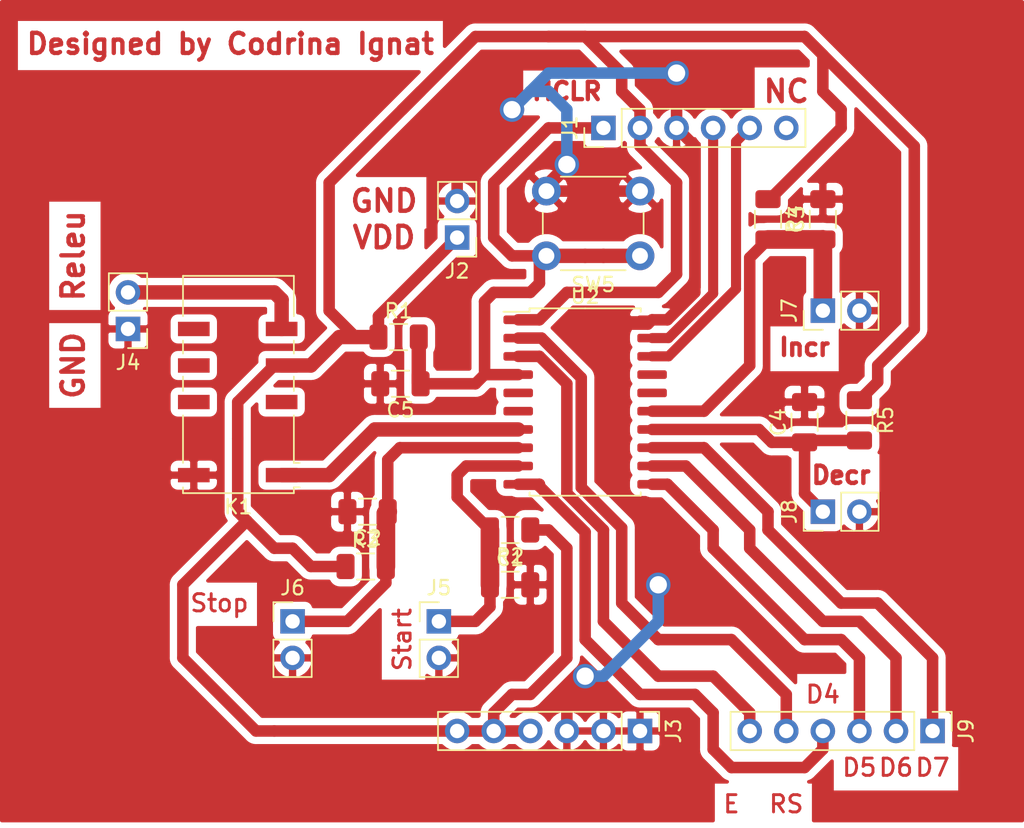
<source format=kicad_pcb>
(kicad_pcb (version 20171130) (host pcbnew "(5.1.2)-1")

  (general
    (thickness 1.6)
    (drawings 17)
    (tracks 206)
    (zones 0)
    (modules 22)
    (nets 27)
  )

  (page A3)
  (layers
    (0 F.Cu signal)
    (31 B.Cu signal)
    (32 B.Adhes user)
    (33 F.Adhes user)
    (34 B.Paste user)
    (35 F.Paste user)
    (36 B.SilkS user)
    (37 F.SilkS user)
    (38 B.Mask user)
    (39 F.Mask user)
    (40 Dwgs.User user)
    (41 Cmts.User user)
    (42 Eco1.User user)
    (43 Eco2.User user)
    (44 Edge.Cuts user)
    (45 Margin user)
    (46 B.CrtYd user)
    (47 F.CrtYd user)
    (48 B.Fab user)
    (49 F.Fab user)
  )

  (setup
    (last_trace_width 0.25)
    (user_trace_width 0.7)
    (user_trace_width 0.8)
    (user_trace_width 1)
    (user_trace_width 1.3)
    (trace_clearance 0.2)
    (zone_clearance 0.508)
    (zone_45_only no)
    (trace_min 0.2)
    (via_size 0.8)
    (via_drill 0.4)
    (via_min_size 0.4)
    (via_min_drill 0.3)
    (user_via 1.5 1.2)
    (user_via 1.7 1.2)
    (uvia_size 0.3)
    (uvia_drill 0.1)
    (uvias_allowed no)
    (uvia_min_size 0.2)
    (uvia_min_drill 0.1)
    (edge_width 0.05)
    (segment_width 0.2)
    (pcb_text_width 0.3)
    (pcb_text_size 1.5 1.5)
    (mod_edge_width 0.12)
    (mod_text_size 1 1)
    (mod_text_width 0.15)
    (pad_size 1.524 1.524)
    (pad_drill 0.762)
    (pad_to_mask_clearance 0.05)
    (aux_axis_origin 0 0)
    (visible_elements 7FFFFFFF)
    (pcbplotparams
      (layerselection 0x010fc_ffffffff)
      (usegerberextensions false)
      (usegerberattributes true)
      (usegerberadvancedattributes true)
      (creategerberjobfile true)
      (excludeedgelayer true)
      (linewidth 0.100000)
      (plotframeref false)
      (viasonmask false)
      (mode 1)
      (useauxorigin false)
      (hpglpennumber 1)
      (hpglpenspeed 20)
      (hpglpendiameter 15.000000)
      (psnegative false)
      (psa4output false)
      (plotreference true)
      (plotvalue true)
      (plotinvisibletext false)
      (padsonsilk false)
      (subtractmaskfromsilk false)
      (outputformat 1)
      (mirror false)
      (drillshape 1)
      (scaleselection 1)
      (outputdirectory ""))
  )

  (net 0 "")
  (net 1 Start)
  (net 2 Stop)
  (net 3 Increment)
  (net 4 Decrement)
  (net 5 MCLR)
  (net 6 VDD)
  (net 7 ICSPDAT)
  (net 8 ICSPCLK)
  (net 9 "Net-(J1-Pad6)")
  (net 10 "Net-(K1-Pad1)")
  (net 11 "Net-(U2-Pad16)")
  (net 12 "Net-(U2-Pad17)")
  (net 13 "Net-(K1-Pad3)")
  (net 14 "Net-(K1-Pad8)")
  (net 15 "Net-(K1-Pad9)")
  (net 16 "Net-(K1-Pad10)")
  (net 17 "Net-(U2-Pad5)")
  (net 18 "Net-(U2-Pad6)")
  (net 19 GND)
  (net 20 Alimentare_Leduri)
  (net 21 RS)
  (net 22 E)
  (net 23 D4)
  (net 24 D5)
  (net 25 D6)
  (net 26 D7)

  (net_class Default "This is the default net class."
    (clearance 0.2)
    (trace_width 0.25)
    (via_dia 0.8)
    (via_drill 0.4)
    (uvia_dia 0.3)
    (uvia_drill 0.1)
    (add_net Alimentare_Leduri)
    (add_net D4)
    (add_net D5)
    (add_net D6)
    (add_net D7)
    (add_net Decrement)
    (add_net E)
    (add_net GND)
    (add_net ICSPCLK)
    (add_net ICSPDAT)
    (add_net Increment)
    (add_net MCLR)
    (add_net "Net-(J1-Pad6)")
    (add_net "Net-(K1-Pad1)")
    (add_net "Net-(K1-Pad10)")
    (add_net "Net-(K1-Pad3)")
    (add_net "Net-(K1-Pad8)")
    (add_net "Net-(K1-Pad9)")
    (add_net "Net-(U2-Pad16)")
    (add_net "Net-(U2-Pad17)")
    (add_net "Net-(U2-Pad5)")
    (add_net "Net-(U2-Pad6)")
    (add_net RS)
    (add_net Start)
    (add_net Stop)
    (add_net VDD)
  )

  (module Capacitor_SMD:C_1206_3216Metric (layer F.Cu) (tedit 5B301BBE) (tstamp 5F770FBF)
    (at 633.6 132.08)
    (descr "Capacitor SMD 1206 (3216 Metric), square (rectangular) end terminal, IPC_7351 nominal, (Body size source: http://www.tortai-tech.com/upload/download/2011102023233369053.pdf), generated with kicad-footprint-generator")
    (tags capacitor)
    (path /5F373823)
    (attr smd)
    (fp_text reference C1 (at 0 -1.82) (layer F.SilkS)
      (effects (font (size 1 1) (thickness 0.15)))
    )
    (fp_text value 2.2n (at 0 1.82) (layer F.Fab)
      (effects (font (size 1 1) (thickness 0.15)))
    )
    (fp_line (start 2.28 1.12) (end -2.28 1.12) (layer F.CrtYd) (width 0.05))
    (fp_line (start 2.28 -1.12) (end 2.28 1.12) (layer F.CrtYd) (width 0.05))
    (fp_line (start -2.28 -1.12) (end 2.28 -1.12) (layer F.CrtYd) (width 0.05))
    (fp_line (start -2.28 1.12) (end -2.28 -1.12) (layer F.CrtYd) (width 0.05))
    (fp_line (start -0.602064 0.91) (end 0.602064 0.91) (layer F.SilkS) (width 0.12))
    (fp_line (start -0.602064 -0.91) (end 0.602064 -0.91) (layer F.SilkS) (width 0.12))
    (fp_line (start 1.6 0.8) (end -1.6 0.8) (layer F.Fab) (width 0.1))
    (fp_line (start 1.6 -0.8) (end 1.6 0.8) (layer F.Fab) (width 0.1))
    (fp_line (start -1.6 -0.8) (end 1.6 -0.8) (layer F.Fab) (width 0.1))
    (fp_line (start -1.6 0.8) (end -1.6 -0.8) (layer F.Fab) (width 0.1))
    (fp_text user %R (at 0 0) (layer F.Fab)
      (effects (font (size 0.8 0.8) (thickness 0.12)))
    )
    (pad 2 smd roundrect (at 1.4 0) (size 1.25 1.75) (layers F.Cu F.Paste F.Mask) (roundrect_rratio 0.2)
      (net 19 GND))
    (pad 1 smd roundrect (at -1.4 0) (size 1.25 1.75) (layers F.Cu F.Paste F.Mask) (roundrect_rratio 0.2)
      (net 1 Start))
    (model ${KISYS3DMOD}/Capacitor_SMD.3dshapes/C_1206_3216Metric.wrl
      (at (xyz 0 0 0))
      (scale (xyz 1 1 1))
      (rotate (xyz 0 0 0))
    )
  )

  (module Capacitor_SMD:C_1206_3216Metric (layer F.Cu) (tedit 5B301BBE) (tstamp 5F770FD0)
    (at 623.7 127 180)
    (descr "Capacitor SMD 1206 (3216 Metric), square (rectangular) end terminal, IPC_7351 nominal, (Body size source: http://www.tortai-tech.com/upload/download/2011102023233369053.pdf), generated with kicad-footprint-generator")
    (tags capacitor)
    (path /5F37149D)
    (attr smd)
    (fp_text reference C2 (at 0 -1.82) (layer F.SilkS)
      (effects (font (size 1 1) (thickness 0.15)))
    )
    (fp_text value 2.2n (at 0 1.82) (layer F.Fab)
      (effects (font (size 1 1) (thickness 0.15)))
    )
    (fp_line (start -1.6 0.8) (end -1.6 -0.8) (layer F.Fab) (width 0.1))
    (fp_line (start -1.6 -0.8) (end 1.6 -0.8) (layer F.Fab) (width 0.1))
    (fp_line (start 1.6 -0.8) (end 1.6 0.8) (layer F.Fab) (width 0.1))
    (fp_line (start 1.6 0.8) (end -1.6 0.8) (layer F.Fab) (width 0.1))
    (fp_line (start -0.602064 -0.91) (end 0.602064 -0.91) (layer F.SilkS) (width 0.12))
    (fp_line (start -0.602064 0.91) (end 0.602064 0.91) (layer F.SilkS) (width 0.12))
    (fp_line (start -2.28 1.12) (end -2.28 -1.12) (layer F.CrtYd) (width 0.05))
    (fp_line (start -2.28 -1.12) (end 2.28 -1.12) (layer F.CrtYd) (width 0.05))
    (fp_line (start 2.28 -1.12) (end 2.28 1.12) (layer F.CrtYd) (width 0.05))
    (fp_line (start 2.28 1.12) (end -2.28 1.12) (layer F.CrtYd) (width 0.05))
    (fp_text user %R (at 0 0) (layer F.Fab)
      (effects (font (size 0.8 0.8) (thickness 0.12)))
    )
    (pad 1 smd roundrect (at -1.4 0 180) (size 1.25 1.75) (layers F.Cu F.Paste F.Mask) (roundrect_rratio 0.2)
      (net 2 Stop))
    (pad 2 smd roundrect (at 1.4 0 180) (size 1.25 1.75) (layers F.Cu F.Paste F.Mask) (roundrect_rratio 0.2)
      (net 19 GND))
    (model ${KISYS3DMOD}/Capacitor_SMD.3dshapes/C_1206_3216Metric.wrl
      (at (xyz 0 0 0))
      (scale (xyz 1 1 1))
      (rotate (xyz 0 0 0))
    )
  )

  (module Capacitor_SMD:C_1206_3216Metric (layer F.Cu) (tedit 5B301BBE) (tstamp 5F770FE1)
    (at 655.32 106.68 90)
    (descr "Capacitor SMD 1206 (3216 Metric), square (rectangular) end terminal, IPC_7351 nominal, (Body size source: http://www.tortai-tech.com/upload/download/2011102023233369053.pdf), generated with kicad-footprint-generator")
    (tags capacitor)
    (path /5F36FDE1)
    (attr smd)
    (fp_text reference C3 (at 0 -1.82 90) (layer F.SilkS)
      (effects (font (size 1 1) (thickness 0.15)))
    )
    (fp_text value 2.2n (at 0 1.82 90) (layer F.Fab)
      (effects (font (size 1 1) (thickness 0.15)))
    )
    (fp_line (start 2.28 1.12) (end -2.28 1.12) (layer F.CrtYd) (width 0.05))
    (fp_line (start 2.28 -1.12) (end 2.28 1.12) (layer F.CrtYd) (width 0.05))
    (fp_line (start -2.28 -1.12) (end 2.28 -1.12) (layer F.CrtYd) (width 0.05))
    (fp_line (start -2.28 1.12) (end -2.28 -1.12) (layer F.CrtYd) (width 0.05))
    (fp_line (start -0.602064 0.91) (end 0.602064 0.91) (layer F.SilkS) (width 0.12))
    (fp_line (start -0.602064 -0.91) (end 0.602064 -0.91) (layer F.SilkS) (width 0.12))
    (fp_line (start 1.6 0.8) (end -1.6 0.8) (layer F.Fab) (width 0.1))
    (fp_line (start 1.6 -0.8) (end 1.6 0.8) (layer F.Fab) (width 0.1))
    (fp_line (start -1.6 -0.8) (end 1.6 -0.8) (layer F.Fab) (width 0.1))
    (fp_line (start -1.6 0.8) (end -1.6 -0.8) (layer F.Fab) (width 0.1))
    (fp_text user %R (at 0 0 90) (layer F.Fab)
      (effects (font (size 0.8 0.8) (thickness 0.12)))
    )
    (pad 2 smd roundrect (at 1.4 0 90) (size 1.25 1.75) (layers F.Cu F.Paste F.Mask) (roundrect_rratio 0.2)
      (net 19 GND))
    (pad 1 smd roundrect (at -1.4 0 90) (size 1.25 1.75) (layers F.Cu F.Paste F.Mask) (roundrect_rratio 0.2)
      (net 3 Increment))
    (model ${KISYS3DMOD}/Capacitor_SMD.3dshapes/C_1206_3216Metric.wrl
      (at (xyz 0 0 0))
      (scale (xyz 1 1 1))
      (rotate (xyz 0 0 0))
    )
  )

  (module Capacitor_SMD:C_1206_3216Metric (layer F.Cu) (tedit 5B301BBE) (tstamp 5F770FF2)
    (at 654.05 120.78 90)
    (descr "Capacitor SMD 1206 (3216 Metric), square (rectangular) end terminal, IPC_7351 nominal, (Body size source: http://www.tortai-tech.com/upload/download/2011102023233369053.pdf), generated with kicad-footprint-generator")
    (tags capacitor)
    (path /5F3513CE)
    (attr smd)
    (fp_text reference C4 (at 0 -1.82 90) (layer F.SilkS)
      (effects (font (size 1 1) (thickness 0.15)))
    )
    (fp_text value 2.2n (at 0 1.82 90) (layer F.Fab)
      (effects (font (size 1 1) (thickness 0.15)))
    )
    (fp_line (start -1.6 0.8) (end -1.6 -0.8) (layer F.Fab) (width 0.1))
    (fp_line (start -1.6 -0.8) (end 1.6 -0.8) (layer F.Fab) (width 0.1))
    (fp_line (start 1.6 -0.8) (end 1.6 0.8) (layer F.Fab) (width 0.1))
    (fp_line (start 1.6 0.8) (end -1.6 0.8) (layer F.Fab) (width 0.1))
    (fp_line (start -0.602064 -0.91) (end 0.602064 -0.91) (layer F.SilkS) (width 0.12))
    (fp_line (start -0.602064 0.91) (end 0.602064 0.91) (layer F.SilkS) (width 0.12))
    (fp_line (start -2.28 1.12) (end -2.28 -1.12) (layer F.CrtYd) (width 0.05))
    (fp_line (start -2.28 -1.12) (end 2.28 -1.12) (layer F.CrtYd) (width 0.05))
    (fp_line (start 2.28 -1.12) (end 2.28 1.12) (layer F.CrtYd) (width 0.05))
    (fp_line (start 2.28 1.12) (end -2.28 1.12) (layer F.CrtYd) (width 0.05))
    (fp_text user %R (at 0 0 90) (layer F.Fab)
      (effects (font (size 0.8 0.8) (thickness 0.12)))
    )
    (pad 1 smd roundrect (at -1.4 0 90) (size 1.25 1.75) (layers F.Cu F.Paste F.Mask) (roundrect_rratio 0.2)
      (net 4 Decrement))
    (pad 2 smd roundrect (at 1.4 0 90) (size 1.25 1.75) (layers F.Cu F.Paste F.Mask) (roundrect_rratio 0.2)
      (net 19 GND))
    (model ${KISYS3DMOD}/Capacitor_SMD.3dshapes/C_1206_3216Metric.wrl
      (at (xyz 0 0 0))
      (scale (xyz 1 1 1))
      (rotate (xyz 0 0 0))
    )
  )

  (module Capacitor_SMD:C_1206_3216Metric (layer F.Cu) (tedit 5B301BBE) (tstamp 5F771003)
    (at 625.98 118.11 180)
    (descr "Capacitor SMD 1206 (3216 Metric), square (rectangular) end terminal, IPC_7351 nominal, (Body size source: http://www.tortai-tech.com/upload/download/2011102023233369053.pdf), generated with kicad-footprint-generator")
    (tags capacitor)
    (path /5F7AD14C)
    (attr smd)
    (fp_text reference C5 (at 0 -1.82) (layer F.SilkS)
      (effects (font (size 1 1) (thickness 0.15)))
    )
    (fp_text value 100n (at 0 1.82) (layer F.Fab)
      (effects (font (size 1 1) (thickness 0.15)))
    )
    (fp_line (start -1.6 0.8) (end -1.6 -0.8) (layer F.Fab) (width 0.1))
    (fp_line (start -1.6 -0.8) (end 1.6 -0.8) (layer F.Fab) (width 0.1))
    (fp_line (start 1.6 -0.8) (end 1.6 0.8) (layer F.Fab) (width 0.1))
    (fp_line (start 1.6 0.8) (end -1.6 0.8) (layer F.Fab) (width 0.1))
    (fp_line (start -0.602064 -0.91) (end 0.602064 -0.91) (layer F.SilkS) (width 0.12))
    (fp_line (start -0.602064 0.91) (end 0.602064 0.91) (layer F.SilkS) (width 0.12))
    (fp_line (start -2.28 1.12) (end -2.28 -1.12) (layer F.CrtYd) (width 0.05))
    (fp_line (start -2.28 -1.12) (end 2.28 -1.12) (layer F.CrtYd) (width 0.05))
    (fp_line (start 2.28 -1.12) (end 2.28 1.12) (layer F.CrtYd) (width 0.05))
    (fp_line (start 2.28 1.12) (end -2.28 1.12) (layer F.CrtYd) (width 0.05))
    (fp_text user %R (at 0 0) (layer F.Fab)
      (effects (font (size 0.8 0.8) (thickness 0.12)))
    )
    (pad 1 smd roundrect (at -1.4 0 180) (size 1.25 1.75) (layers F.Cu F.Paste F.Mask) (roundrect_rratio 0.2)
      (net 5 MCLR))
    (pad 2 smd roundrect (at 1.4 0 180) (size 1.25 1.75) (layers F.Cu F.Paste F.Mask) (roundrect_rratio 0.2)
      (net 19 GND))
    (model ${KISYS3DMOD}/Capacitor_SMD.3dshapes/C_1206_3216Metric.wrl
      (at (xyz 0 0 0))
      (scale (xyz 1 1 1))
      (rotate (xyz 0 0 0))
    )
  )

  (module Connector_PinHeader_2.54mm:PinHeader_1x06_P2.54mm_Vertical (layer F.Cu) (tedit 59FED5CC) (tstamp 5F77101D)
    (at 640.08 100.33 90)
    (descr "Through hole straight pin header, 1x06, 2.54mm pitch, single row")
    (tags "Through hole pin header THT 1x06 2.54mm single row")
    (path /5F312030)
    (fp_text reference J1 (at 0 -2.33 90) (layer F.SilkS)
      (effects (font (size 1 1) (thickness 0.15)))
    )
    (fp_text value Conn_01x06_Male (at 0 15.03 90) (layer F.Fab)
      (effects (font (size 1 1) (thickness 0.15)))
    )
    (fp_line (start -0.635 -1.27) (end 1.27 -1.27) (layer F.Fab) (width 0.1))
    (fp_line (start 1.27 -1.27) (end 1.27 13.97) (layer F.Fab) (width 0.1))
    (fp_line (start 1.27 13.97) (end -1.27 13.97) (layer F.Fab) (width 0.1))
    (fp_line (start -1.27 13.97) (end -1.27 -0.635) (layer F.Fab) (width 0.1))
    (fp_line (start -1.27 -0.635) (end -0.635 -1.27) (layer F.Fab) (width 0.1))
    (fp_line (start -1.33 14.03) (end 1.33 14.03) (layer F.SilkS) (width 0.12))
    (fp_line (start -1.33 1.27) (end -1.33 14.03) (layer F.SilkS) (width 0.12))
    (fp_line (start 1.33 1.27) (end 1.33 14.03) (layer F.SilkS) (width 0.12))
    (fp_line (start -1.33 1.27) (end 1.33 1.27) (layer F.SilkS) (width 0.12))
    (fp_line (start -1.33 0) (end -1.33 -1.33) (layer F.SilkS) (width 0.12))
    (fp_line (start -1.33 -1.33) (end 0 -1.33) (layer F.SilkS) (width 0.12))
    (fp_line (start -1.8 -1.8) (end -1.8 14.5) (layer F.CrtYd) (width 0.05))
    (fp_line (start -1.8 14.5) (end 1.8 14.5) (layer F.CrtYd) (width 0.05))
    (fp_line (start 1.8 14.5) (end 1.8 -1.8) (layer F.CrtYd) (width 0.05))
    (fp_line (start 1.8 -1.8) (end -1.8 -1.8) (layer F.CrtYd) (width 0.05))
    (fp_text user %R (at 0 6.35) (layer F.Fab)
      (effects (font (size 1 1) (thickness 0.15)))
    )
    (pad 1 thru_hole rect (at 0 0 90) (size 1.7 1.7) (drill 1) (layers *.Cu *.Mask)
      (net 5 MCLR))
    (pad 2 thru_hole oval (at 0 2.54 90) (size 1.7 1.7) (drill 1) (layers *.Cu *.Mask)
      (net 6 VDD))
    (pad 3 thru_hole oval (at 0 5.08 90) (size 1.7 1.7) (drill 1) (layers *.Cu *.Mask)
      (net 19 GND))
    (pad 4 thru_hole oval (at 0 7.62 90) (size 1.7 1.7) (drill 1) (layers *.Cu *.Mask)
      (net 7 ICSPDAT))
    (pad 5 thru_hole oval (at 0 10.16 90) (size 1.7 1.7) (drill 1) (layers *.Cu *.Mask)
      (net 8 ICSPCLK))
    (pad 6 thru_hole oval (at 0 12.7 90) (size 1.7 1.7) (drill 1) (layers *.Cu *.Mask)
      (net 9 "Net-(J1-Pad6)"))
    (model ${KISYS3DMOD}/Connector_PinHeader_2.54mm.3dshapes/PinHeader_1x06_P2.54mm_Vertical.wrl
      (at (xyz 0 0 0))
      (scale (xyz 1 1 1))
      (rotate (xyz 0 0 0))
    )
  )

  (module Connector_PinHeader_2.54mm:PinHeader_1x02_P2.54mm_Vertical (layer F.Cu) (tedit 59FED5CC) (tstamp 5F771033)
    (at 629.92 107.95 180)
    (descr "Through hole straight pin header, 1x02, 2.54mm pitch, single row")
    (tags "Through hole pin header THT 1x02 2.54mm single row")
    (path /5F50142D)
    (fp_text reference J2 (at 0 -2.33) (layer F.SilkS)
      (effects (font (size 1 1) (thickness 0.15)))
    )
    (fp_text value Conn_01x02_Male (at 0 4.87) (layer F.Fab)
      (effects (font (size 1 1) (thickness 0.15)))
    )
    (fp_line (start 1.8 -1.8) (end -1.8 -1.8) (layer F.CrtYd) (width 0.05))
    (fp_line (start 1.8 4.35) (end 1.8 -1.8) (layer F.CrtYd) (width 0.05))
    (fp_line (start -1.8 4.35) (end 1.8 4.35) (layer F.CrtYd) (width 0.05))
    (fp_line (start -1.8 -1.8) (end -1.8 4.35) (layer F.CrtYd) (width 0.05))
    (fp_line (start -1.33 -1.33) (end 0 -1.33) (layer F.SilkS) (width 0.12))
    (fp_line (start -1.33 0) (end -1.33 -1.33) (layer F.SilkS) (width 0.12))
    (fp_line (start -1.33 1.27) (end 1.33 1.27) (layer F.SilkS) (width 0.12))
    (fp_line (start 1.33 1.27) (end 1.33 3.87) (layer F.SilkS) (width 0.12))
    (fp_line (start -1.33 1.27) (end -1.33 3.87) (layer F.SilkS) (width 0.12))
    (fp_line (start -1.33 3.87) (end 1.33 3.87) (layer F.SilkS) (width 0.12))
    (fp_line (start -1.27 -0.635) (end -0.635 -1.27) (layer F.Fab) (width 0.1))
    (fp_line (start -1.27 3.81) (end -1.27 -0.635) (layer F.Fab) (width 0.1))
    (fp_line (start 1.27 3.81) (end -1.27 3.81) (layer F.Fab) (width 0.1))
    (fp_line (start 1.27 -1.27) (end 1.27 3.81) (layer F.Fab) (width 0.1))
    (fp_line (start -0.635 -1.27) (end 1.27 -1.27) (layer F.Fab) (width 0.1))
    (fp_text user %R (at 0 1.27 90) (layer F.Fab)
      (effects (font (size 1 1) (thickness 0.15)))
    )
    (pad 2 thru_hole oval (at 0 2.54 180) (size 1.7 1.7) (drill 1) (layers *.Cu *.Mask)
      (net 19 GND))
    (pad 1 thru_hole rect (at 0 0 180) (size 1.7 1.7) (drill 1) (layers *.Cu *.Mask)
      (net 6 VDD))
    (model ${KISYS3DMOD}/Connector_PinHeader_2.54mm.3dshapes/PinHeader_1x02_P2.54mm_Vertical.wrl
      (at (xyz 0 0 0))
      (scale (xyz 1 1 1))
      (rotate (xyz 0 0 0))
    )
  )

  (module Connector_PinHeader_2.54mm:PinHeader_1x02_P2.54mm_Vertical (layer F.Cu) (tedit 59FED5CC) (tstamp 5F771069)
    (at 607.06 114.3 180)
    (descr "Through hole straight pin header, 1x02, 2.54mm pitch, single row")
    (tags "Through hole pin header THT 1x02 2.54mm single row")
    (path /5F7F4B7E)
    (fp_text reference J4 (at 0 -2.33) (layer F.SilkS)
      (effects (font (size 1 1) (thickness 0.15)))
    )
    (fp_text value Conn_01x02_Male (at 0 4.87) (layer F.Fab)
      (effects (font (size 1 1) (thickness 0.15)))
    )
    (fp_line (start -0.635 -1.27) (end 1.27 -1.27) (layer F.Fab) (width 0.1))
    (fp_line (start 1.27 -1.27) (end 1.27 3.81) (layer F.Fab) (width 0.1))
    (fp_line (start 1.27 3.81) (end -1.27 3.81) (layer F.Fab) (width 0.1))
    (fp_line (start -1.27 3.81) (end -1.27 -0.635) (layer F.Fab) (width 0.1))
    (fp_line (start -1.27 -0.635) (end -0.635 -1.27) (layer F.Fab) (width 0.1))
    (fp_line (start -1.33 3.87) (end 1.33 3.87) (layer F.SilkS) (width 0.12))
    (fp_line (start -1.33 1.27) (end -1.33 3.87) (layer F.SilkS) (width 0.12))
    (fp_line (start 1.33 1.27) (end 1.33 3.87) (layer F.SilkS) (width 0.12))
    (fp_line (start -1.33 1.27) (end 1.33 1.27) (layer F.SilkS) (width 0.12))
    (fp_line (start -1.33 0) (end -1.33 -1.33) (layer F.SilkS) (width 0.12))
    (fp_line (start -1.33 -1.33) (end 0 -1.33) (layer F.SilkS) (width 0.12))
    (fp_line (start -1.8 -1.8) (end -1.8 4.35) (layer F.CrtYd) (width 0.05))
    (fp_line (start -1.8 4.35) (end 1.8 4.35) (layer F.CrtYd) (width 0.05))
    (fp_line (start 1.8 4.35) (end 1.8 -1.8) (layer F.CrtYd) (width 0.05))
    (fp_line (start 1.8 -1.8) (end -1.8 -1.8) (layer F.CrtYd) (width 0.05))
    (fp_text user %R (at 0 1.27 90) (layer F.Fab)
      (effects (font (size 1 1) (thickness 0.15)))
    )
    (pad 1 thru_hole rect (at 0 0 180) (size 1.7 1.7) (drill 1) (layers *.Cu *.Mask)
      (net 19 GND))
    (pad 2 thru_hole oval (at 0 2.54 180) (size 1.7 1.7) (drill 1) (layers *.Cu *.Mask)
      (net 20 Alimentare_Leduri))
    (model ${KISYS3DMOD}/Connector_PinHeader_2.54mm.3dshapes/PinHeader_1x02_P2.54mm_Vertical.wrl
      (at (xyz 0 0 0))
      (scale (xyz 1 1 1))
      (rotate (xyz 0 0 0))
    )
  )

  (module Connector_PinHeader_2.54mm:PinHeader_1x02_P2.54mm_Vertical (layer F.Cu) (tedit 59FED5CC) (tstamp 5F77107F)
    (at 628.65 134.62)
    (descr "Through hole straight pin header, 1x02, 2.54mm pitch, single row")
    (tags "Through hole pin header THT 1x02 2.54mm single row")
    (path /5F7ACFCE)
    (fp_text reference J5 (at 0 -2.33) (layer F.SilkS)
      (effects (font (size 1 1) (thickness 0.15)))
    )
    (fp_text value Conn_01x02_Male (at 0 4.87) (layer F.Fab)
      (effects (font (size 1 1) (thickness 0.15)))
    )
    (fp_line (start 1.8 -1.8) (end -1.8 -1.8) (layer F.CrtYd) (width 0.05))
    (fp_line (start 1.8 4.35) (end 1.8 -1.8) (layer F.CrtYd) (width 0.05))
    (fp_line (start -1.8 4.35) (end 1.8 4.35) (layer F.CrtYd) (width 0.05))
    (fp_line (start -1.8 -1.8) (end -1.8 4.35) (layer F.CrtYd) (width 0.05))
    (fp_line (start -1.33 -1.33) (end 0 -1.33) (layer F.SilkS) (width 0.12))
    (fp_line (start -1.33 0) (end -1.33 -1.33) (layer F.SilkS) (width 0.12))
    (fp_line (start -1.33 1.27) (end 1.33 1.27) (layer F.SilkS) (width 0.12))
    (fp_line (start 1.33 1.27) (end 1.33 3.87) (layer F.SilkS) (width 0.12))
    (fp_line (start -1.33 1.27) (end -1.33 3.87) (layer F.SilkS) (width 0.12))
    (fp_line (start -1.33 3.87) (end 1.33 3.87) (layer F.SilkS) (width 0.12))
    (fp_line (start -1.27 -0.635) (end -0.635 -1.27) (layer F.Fab) (width 0.1))
    (fp_line (start -1.27 3.81) (end -1.27 -0.635) (layer F.Fab) (width 0.1))
    (fp_line (start 1.27 3.81) (end -1.27 3.81) (layer F.Fab) (width 0.1))
    (fp_line (start 1.27 -1.27) (end 1.27 3.81) (layer F.Fab) (width 0.1))
    (fp_line (start -0.635 -1.27) (end 1.27 -1.27) (layer F.Fab) (width 0.1))
    (fp_text user %R (at 0 1.27 90) (layer F.Fab)
      (effects (font (size 1 1) (thickness 0.15)))
    )
    (pad 2 thru_hole oval (at 0 2.54) (size 1.7 1.7) (drill 1) (layers *.Cu *.Mask)
      (net 19 GND))
    (pad 1 thru_hole rect (at 0 0) (size 1.7 1.7) (drill 1) (layers *.Cu *.Mask)
      (net 1 Start))
    (model ${KISYS3DMOD}/Connector_PinHeader_2.54mm.3dshapes/PinHeader_1x02_P2.54mm_Vertical.wrl
      (at (xyz 0 0 0))
      (scale (xyz 1 1 1))
      (rotate (xyz 0 0 0))
    )
  )

  (module Connector_PinHeader_2.54mm:PinHeader_1x02_P2.54mm_Vertical (layer F.Cu) (tedit 59FED5CC) (tstamp 5F771095)
    (at 618.49 134.62)
    (descr "Through hole straight pin header, 1x02, 2.54mm pitch, single row")
    (tags "Through hole pin header THT 1x02 2.54mm single row")
    (path /5F7BAAC5)
    (fp_text reference J6 (at 0 -2.33) (layer F.SilkS)
      (effects (font (size 1 1) (thickness 0.15)))
    )
    (fp_text value Conn_01x02_Male (at 0 4.87) (layer F.Fab)
      (effects (font (size 1 1) (thickness 0.15)))
    )
    (fp_line (start -0.635 -1.27) (end 1.27 -1.27) (layer F.Fab) (width 0.1))
    (fp_line (start 1.27 -1.27) (end 1.27 3.81) (layer F.Fab) (width 0.1))
    (fp_line (start 1.27 3.81) (end -1.27 3.81) (layer F.Fab) (width 0.1))
    (fp_line (start -1.27 3.81) (end -1.27 -0.635) (layer F.Fab) (width 0.1))
    (fp_line (start -1.27 -0.635) (end -0.635 -1.27) (layer F.Fab) (width 0.1))
    (fp_line (start -1.33 3.87) (end 1.33 3.87) (layer F.SilkS) (width 0.12))
    (fp_line (start -1.33 1.27) (end -1.33 3.87) (layer F.SilkS) (width 0.12))
    (fp_line (start 1.33 1.27) (end 1.33 3.87) (layer F.SilkS) (width 0.12))
    (fp_line (start -1.33 1.27) (end 1.33 1.27) (layer F.SilkS) (width 0.12))
    (fp_line (start -1.33 0) (end -1.33 -1.33) (layer F.SilkS) (width 0.12))
    (fp_line (start -1.33 -1.33) (end 0 -1.33) (layer F.SilkS) (width 0.12))
    (fp_line (start -1.8 -1.8) (end -1.8 4.35) (layer F.CrtYd) (width 0.05))
    (fp_line (start -1.8 4.35) (end 1.8 4.35) (layer F.CrtYd) (width 0.05))
    (fp_line (start 1.8 4.35) (end 1.8 -1.8) (layer F.CrtYd) (width 0.05))
    (fp_line (start 1.8 -1.8) (end -1.8 -1.8) (layer F.CrtYd) (width 0.05))
    (fp_text user %R (at 0 1.27 90) (layer F.Fab)
      (effects (font (size 1 1) (thickness 0.15)))
    )
    (pad 1 thru_hole rect (at 0 0) (size 1.7 1.7) (drill 1) (layers *.Cu *.Mask)
      (net 2 Stop))
    (pad 2 thru_hole oval (at 0 2.54) (size 1.7 1.7) (drill 1) (layers *.Cu *.Mask)
      (net 19 GND))
    (model ${KISYS3DMOD}/Connector_PinHeader_2.54mm.3dshapes/PinHeader_1x02_P2.54mm_Vertical.wrl
      (at (xyz 0 0 0))
      (scale (xyz 1 1 1))
      (rotate (xyz 0 0 0))
    )
  )

  (module Connector_PinHeader_2.54mm:PinHeader_1x02_P2.54mm_Vertical (layer F.Cu) (tedit 59FED5CC) (tstamp 5F7710AB)
    (at 655.32 113.03 90)
    (descr "Through hole straight pin header, 1x02, 2.54mm pitch, single row")
    (tags "Through hole pin header THT 1x02 2.54mm single row")
    (path /5F7BB120)
    (fp_text reference J7 (at 0 -2.33 90) (layer F.SilkS)
      (effects (font (size 1 1) (thickness 0.15)))
    )
    (fp_text value Conn_01x02_Male (at 0 4.87 90) (layer F.Fab)
      (effects (font (size 1 1) (thickness 0.15)))
    )
    (fp_line (start 1.8 -1.8) (end -1.8 -1.8) (layer F.CrtYd) (width 0.05))
    (fp_line (start 1.8 4.35) (end 1.8 -1.8) (layer F.CrtYd) (width 0.05))
    (fp_line (start -1.8 4.35) (end 1.8 4.35) (layer F.CrtYd) (width 0.05))
    (fp_line (start -1.8 -1.8) (end -1.8 4.35) (layer F.CrtYd) (width 0.05))
    (fp_line (start -1.33 -1.33) (end 0 -1.33) (layer F.SilkS) (width 0.12))
    (fp_line (start -1.33 0) (end -1.33 -1.33) (layer F.SilkS) (width 0.12))
    (fp_line (start -1.33 1.27) (end 1.33 1.27) (layer F.SilkS) (width 0.12))
    (fp_line (start 1.33 1.27) (end 1.33 3.87) (layer F.SilkS) (width 0.12))
    (fp_line (start -1.33 1.27) (end -1.33 3.87) (layer F.SilkS) (width 0.12))
    (fp_line (start -1.33 3.87) (end 1.33 3.87) (layer F.SilkS) (width 0.12))
    (fp_line (start -1.27 -0.635) (end -0.635 -1.27) (layer F.Fab) (width 0.1))
    (fp_line (start -1.27 3.81) (end -1.27 -0.635) (layer F.Fab) (width 0.1))
    (fp_line (start 1.27 3.81) (end -1.27 3.81) (layer F.Fab) (width 0.1))
    (fp_line (start 1.27 -1.27) (end 1.27 3.81) (layer F.Fab) (width 0.1))
    (fp_line (start -0.635 -1.27) (end 1.27 -1.27) (layer F.Fab) (width 0.1))
    (fp_text user %R (at 0 1.27) (layer F.Fab)
      (effects (font (size 1 1) (thickness 0.15)))
    )
    (pad 2 thru_hole oval (at 0 2.54 90) (size 1.7 1.7) (drill 1) (layers *.Cu *.Mask)
      (net 19 GND))
    (pad 1 thru_hole rect (at 0 0 90) (size 1.7 1.7) (drill 1) (layers *.Cu *.Mask)
      (net 3 Increment))
    (model ${KISYS3DMOD}/Connector_PinHeader_2.54mm.3dshapes/PinHeader_1x02_P2.54mm_Vertical.wrl
      (at (xyz 0 0 0))
      (scale (xyz 1 1 1))
      (rotate (xyz 0 0 0))
    )
  )

  (module Connector_PinHeader_2.54mm:PinHeader_1x02_P2.54mm_Vertical (layer F.Cu) (tedit 59FED5CC) (tstamp 5F7710C1)
    (at 655.32 127 90)
    (descr "Through hole straight pin header, 1x02, 2.54mm pitch, single row")
    (tags "Through hole pin header THT 1x02 2.54mm single row")
    (path /5F7BB6C6)
    (fp_text reference J8 (at 0 -2.33 90) (layer F.SilkS)
      (effects (font (size 1 1) (thickness 0.15)))
    )
    (fp_text value Conn_01x02_Male (at 0 4.87 90) (layer F.Fab)
      (effects (font (size 1 1) (thickness 0.15)))
    )
    (fp_line (start -0.635 -1.27) (end 1.27 -1.27) (layer F.Fab) (width 0.1))
    (fp_line (start 1.27 -1.27) (end 1.27 3.81) (layer F.Fab) (width 0.1))
    (fp_line (start 1.27 3.81) (end -1.27 3.81) (layer F.Fab) (width 0.1))
    (fp_line (start -1.27 3.81) (end -1.27 -0.635) (layer F.Fab) (width 0.1))
    (fp_line (start -1.27 -0.635) (end -0.635 -1.27) (layer F.Fab) (width 0.1))
    (fp_line (start -1.33 3.87) (end 1.33 3.87) (layer F.SilkS) (width 0.12))
    (fp_line (start -1.33 1.27) (end -1.33 3.87) (layer F.SilkS) (width 0.12))
    (fp_line (start 1.33 1.27) (end 1.33 3.87) (layer F.SilkS) (width 0.12))
    (fp_line (start -1.33 1.27) (end 1.33 1.27) (layer F.SilkS) (width 0.12))
    (fp_line (start -1.33 0) (end -1.33 -1.33) (layer F.SilkS) (width 0.12))
    (fp_line (start -1.33 -1.33) (end 0 -1.33) (layer F.SilkS) (width 0.12))
    (fp_line (start -1.8 -1.8) (end -1.8 4.35) (layer F.CrtYd) (width 0.05))
    (fp_line (start -1.8 4.35) (end 1.8 4.35) (layer F.CrtYd) (width 0.05))
    (fp_line (start 1.8 4.35) (end 1.8 -1.8) (layer F.CrtYd) (width 0.05))
    (fp_line (start 1.8 -1.8) (end -1.8 -1.8) (layer F.CrtYd) (width 0.05))
    (fp_text user %R (at 0 1.27) (layer F.Fab)
      (effects (font (size 1 1) (thickness 0.15)))
    )
    (pad 1 thru_hole rect (at 0 0 90) (size 1.7 1.7) (drill 1) (layers *.Cu *.Mask)
      (net 4 Decrement))
    (pad 2 thru_hole oval (at 0 2.54 90) (size 1.7 1.7) (drill 1) (layers *.Cu *.Mask)
      (net 19 GND))
    (model ${KISYS3DMOD}/Connector_PinHeader_2.54mm.3dshapes/PinHeader_1x02_P2.54mm_Vertical.wrl
      (at (xyz 0 0 0))
      (scale (xyz 1 1 1))
      (rotate (xyz 0 0 0))
    )
  )

  (module Relay_SMD:Relay_DPDT_Omron_G6S-2G (layer F.Cu) (tedit 5A59BB63) (tstamp 5F7710E5)
    (at 614.68 118.11 180)
    (descr "Relay Omron G6S-2G, see http://omronfs.omron.com/en_US/ecb/products/pdf/en-g6s.pdf")
    (tags "Relay Omron G6S-2G")
    (path /5FE12FF7)
    (attr smd)
    (fp_text reference K1 (at -0.04 -8.55) (layer F.SilkS)
      (effects (font (size 1 1) (thickness 0.15)))
    )
    (fp_text value EC2-3NU (at -0.04 8.55) (layer F.Fab)
      (effects (font (size 1 1) (thickness 0.15)))
    )
    (fp_line (start 3.8 0.5) (end 3.8 -0.5) (layer F.SilkS) (width 0.12))
    (fp_line (start 3.8 3) (end 3.8 2.1) (layer F.SilkS) (width 0.12))
    (fp_line (start 3.8 7.5) (end 3.8 4.7) (layer F.SilkS) (width 0.12))
    (fp_line (start -3.9 7.5) (end 3.8 7.5) (layer F.SilkS) (width 0.12))
    (fp_line (start -3.9 4.7) (end -3.9 7.5) (layer F.SilkS) (width 0.12))
    (fp_line (start -3.9 2.1) (end -3.9 3) (layer F.SilkS) (width 0.12))
    (fp_line (start -3.9 -0.5) (end -3.9 0.5) (layer F.SilkS) (width 0.12))
    (fp_line (start -3.9 -5.5) (end -4.3 -5.5) (layer F.SilkS) (width 0.12))
    (fp_line (start -3.9 -5.5) (end -3.9 -2.2) (layer F.SilkS) (width 0.12))
    (fp_line (start 3.8 -5.5) (end 3.8 -2.2) (layer F.SilkS) (width 0.12))
    (fp_line (start 3.8 -7.6) (end 3.8 -7.2) (layer F.SilkS) (width 0.12))
    (fp_line (start -3.9 -7.6) (end 3.8 -7.6) (layer F.SilkS) (width 0.12))
    (fp_line (start -3.9 -7.2) (end -3.9 -7.6) (layer F.SilkS) (width 0.12))
    (fp_line (start -4.3 -7.2) (end -3.9 -7.2) (layer F.SilkS) (width 0.12))
    (fp_line (start -3.74 -6.45) (end -2.64 -7.45) (layer F.Fab) (width 0.12))
    (fp_line (start -3.74 7.35) (end -3.74 -6.45) (layer F.Fab) (width 0.12))
    (fp_line (start 3.66 7.35) (end -3.74 7.35) (layer F.Fab) (width 0.12))
    (fp_line (start 3.66 -7.45) (end 3.66 7.35) (layer F.Fab) (width 0.12))
    (fp_line (start -2.64 -7.45) (end 3.66 -7.45) (layer F.Fab) (width 0.12))
    (fp_line (start -4.4 -7.7) (end 4.4 -7.7) (layer F.CrtYd) (width 0.05))
    (fp_line (start -4.4 -7.7) (end -4.4 7.6) (layer F.CrtYd) (width 0.05))
    (fp_line (start 4.4 7.6) (end 4.4 -7.7) (layer F.CrtYd) (width 0.05))
    (fp_line (start 4.4 7.6) (end -4.4 7.6) (layer F.CrtYd) (width 0.05))
    (fp_text user %R (at 0 0) (layer F.Fab)
      (effects (font (size 1 1) (thickness 0.15)))
    )
    (pad 9 smd rect (at 3.05 1.27 180) (size 2.2 1) (layers F.Cu F.Paste F.Mask)
      (net 15 "Net-(K1-Pad9)"))
    (pad 4 smd rect (at -3.05 1.27 180) (size 2.2 1) (layers F.Cu F.Paste F.Mask)
      (net 6 VDD))
    (pad 12 smd rect (at 3.05 -6.35 180) (size 2.2 1) (layers F.Cu F.Paste F.Mask)
      (net 19 GND))
    (pad 10 smd rect (at 3.05 -1.27 180) (size 2.2 1) (layers F.Cu F.Paste F.Mask)
      (net 16 "Net-(K1-Pad10)"))
    (pad 1 smd rect (at -3.05 -6.35 180) (size 2.2 1) (layers F.Cu F.Paste F.Mask)
      (net 10 "Net-(K1-Pad1)"))
    (pad 3 smd rect (at -3.05 -1.27 180) (size 2.2 1) (layers F.Cu F.Paste F.Mask)
      (net 13 "Net-(K1-Pad3)"))
    (pad 8 smd rect (at 3.05 3.81 180) (size 2.2 1) (layers F.Cu F.Paste F.Mask)
      (net 14 "Net-(K1-Pad8)"))
    (pad 5 smd rect (at -3.05 3.81 180) (size 2.2 1) (layers F.Cu F.Paste F.Mask)
      (net 20 Alimentare_Leduri))
    (model ${KISYS3DMOD}/Relay_SMD.3dshapes/Relay_DPDT_Omron_G6S-2G.wrl
      (at (xyz 0 0 0))
      (scale (xyz 1 1 1))
      (rotate (xyz 0 0 0))
    )
  )

  (module Resistor_SMD:R_1206_3216Metric (layer F.Cu) (tedit 5B301BBD) (tstamp 5F7710F6)
    (at 625.855001 114.865001)
    (descr "Resistor SMD 1206 (3216 Metric), square (rectangular) end terminal, IPC_7351 nominal, (Body size source: http://www.tortai-tech.com/upload/download/2011102023233369053.pdf), generated with kicad-footprint-generator")
    (tags resistor)
    (path /5F33F9B1)
    (attr smd)
    (fp_text reference R1 (at 0 -1.82) (layer F.SilkS)
      (effects (font (size 1 1) (thickness 0.15)))
    )
    (fp_text value 1k (at 0 1.82) (layer F.Fab)
      (effects (font (size 1 1) (thickness 0.15)))
    )
    (fp_line (start -1.6 0.8) (end -1.6 -0.8) (layer F.Fab) (width 0.1))
    (fp_line (start -1.6 -0.8) (end 1.6 -0.8) (layer F.Fab) (width 0.1))
    (fp_line (start 1.6 -0.8) (end 1.6 0.8) (layer F.Fab) (width 0.1))
    (fp_line (start 1.6 0.8) (end -1.6 0.8) (layer F.Fab) (width 0.1))
    (fp_line (start -0.602064 -0.91) (end 0.602064 -0.91) (layer F.SilkS) (width 0.12))
    (fp_line (start -0.602064 0.91) (end 0.602064 0.91) (layer F.SilkS) (width 0.12))
    (fp_line (start -2.28 1.12) (end -2.28 -1.12) (layer F.CrtYd) (width 0.05))
    (fp_line (start -2.28 -1.12) (end 2.28 -1.12) (layer F.CrtYd) (width 0.05))
    (fp_line (start 2.28 -1.12) (end 2.28 1.12) (layer F.CrtYd) (width 0.05))
    (fp_line (start 2.28 1.12) (end -2.28 1.12) (layer F.CrtYd) (width 0.05))
    (fp_text user %R (at 0 0) (layer F.Fab)
      (effects (font (size 0.8 0.8) (thickness 0.12)))
    )
    (pad 1 smd roundrect (at -1.4 0) (size 1.25 1.75) (layers F.Cu F.Paste F.Mask) (roundrect_rratio 0.2)
      (net 6 VDD))
    (pad 2 smd roundrect (at 1.4 0) (size 1.25 1.75) (layers F.Cu F.Paste F.Mask) (roundrect_rratio 0.2)
      (net 5 MCLR))
    (model ${KISYS3DMOD}/Resistor_SMD.3dshapes/R_1206_3216Metric.wrl
      (at (xyz 0 0 0))
      (scale (xyz 1 1 1))
      (rotate (xyz 0 0 0))
    )
  )

  (module Resistor_SMD:R_1206_3216Metric (layer F.Cu) (tedit 5B301BBD) (tstamp 5F771107)
    (at 633.6 128.27 180)
    (descr "Resistor SMD 1206 (3216 Metric), square (rectangular) end terminal, IPC_7351 nominal, (Body size source: http://www.tortai-tech.com/upload/download/2011102023233369053.pdf), generated with kicad-footprint-generator")
    (tags resistor)
    (path /5F373829)
    (attr smd)
    (fp_text reference R2 (at 0 -1.82) (layer F.SilkS)
      (effects (font (size 1 1) (thickness 0.15)))
    )
    (fp_text value 1k (at 0 1.82) (layer F.Fab)
      (effects (font (size 1 1) (thickness 0.15)))
    )
    (fp_line (start 2.28 1.12) (end -2.28 1.12) (layer F.CrtYd) (width 0.05))
    (fp_line (start 2.28 -1.12) (end 2.28 1.12) (layer F.CrtYd) (width 0.05))
    (fp_line (start -2.28 -1.12) (end 2.28 -1.12) (layer F.CrtYd) (width 0.05))
    (fp_line (start -2.28 1.12) (end -2.28 -1.12) (layer F.CrtYd) (width 0.05))
    (fp_line (start -0.602064 0.91) (end 0.602064 0.91) (layer F.SilkS) (width 0.12))
    (fp_line (start -0.602064 -0.91) (end 0.602064 -0.91) (layer F.SilkS) (width 0.12))
    (fp_line (start 1.6 0.8) (end -1.6 0.8) (layer F.Fab) (width 0.1))
    (fp_line (start 1.6 -0.8) (end 1.6 0.8) (layer F.Fab) (width 0.1))
    (fp_line (start -1.6 -0.8) (end 1.6 -0.8) (layer F.Fab) (width 0.1))
    (fp_line (start -1.6 0.8) (end -1.6 -0.8) (layer F.Fab) (width 0.1))
    (fp_text user %R (at 0 0) (layer F.Fab)
      (effects (font (size 0.8 0.8) (thickness 0.12)))
    )
    (pad 2 smd roundrect (at 1.4 0 180) (size 1.25 1.75) (layers F.Cu F.Paste F.Mask) (roundrect_rratio 0.2)
      (net 1 Start))
    (pad 1 smd roundrect (at -1.4 0 180) (size 1.25 1.75) (layers F.Cu F.Paste F.Mask) (roundrect_rratio 0.2)
      (net 6 VDD))
    (model ${KISYS3DMOD}/Resistor_SMD.3dshapes/R_1206_3216Metric.wrl
      (at (xyz 0 0 0))
      (scale (xyz 1 1 1))
      (rotate (xyz 0 0 0))
    )
  )

  (module Resistor_SMD:R_1206_3216Metric (layer F.Cu) (tedit 5B301BBD) (tstamp 5F771118)
    (at 623.57 130.81)
    (descr "Resistor SMD 1206 (3216 Metric), square (rectangular) end terminal, IPC_7351 nominal, (Body size source: http://www.tortai-tech.com/upload/download/2011102023233369053.pdf), generated with kicad-footprint-generator")
    (tags resistor)
    (path /5F3714A3)
    (attr smd)
    (fp_text reference R3 (at 0 -1.82) (layer F.SilkS)
      (effects (font (size 1 1) (thickness 0.15)))
    )
    (fp_text value 1k (at 0 1.82) (layer F.Fab)
      (effects (font (size 1 1) (thickness 0.15)))
    )
    (fp_line (start -1.6 0.8) (end -1.6 -0.8) (layer F.Fab) (width 0.1))
    (fp_line (start -1.6 -0.8) (end 1.6 -0.8) (layer F.Fab) (width 0.1))
    (fp_line (start 1.6 -0.8) (end 1.6 0.8) (layer F.Fab) (width 0.1))
    (fp_line (start 1.6 0.8) (end -1.6 0.8) (layer F.Fab) (width 0.1))
    (fp_line (start -0.602064 -0.91) (end 0.602064 -0.91) (layer F.SilkS) (width 0.12))
    (fp_line (start -0.602064 0.91) (end 0.602064 0.91) (layer F.SilkS) (width 0.12))
    (fp_line (start -2.28 1.12) (end -2.28 -1.12) (layer F.CrtYd) (width 0.05))
    (fp_line (start -2.28 -1.12) (end 2.28 -1.12) (layer F.CrtYd) (width 0.05))
    (fp_line (start 2.28 -1.12) (end 2.28 1.12) (layer F.CrtYd) (width 0.05))
    (fp_line (start 2.28 1.12) (end -2.28 1.12) (layer F.CrtYd) (width 0.05))
    (fp_text user %R (at 0 0) (layer F.Fab)
      (effects (font (size 0.8 0.8) (thickness 0.12)))
    )
    (pad 1 smd roundrect (at -1.4 0) (size 1.25 1.75) (layers F.Cu F.Paste F.Mask) (roundrect_rratio 0.2)
      (net 6 VDD))
    (pad 2 smd roundrect (at 1.4 0) (size 1.25 1.75) (layers F.Cu F.Paste F.Mask) (roundrect_rratio 0.2)
      (net 2 Stop))
    (model ${KISYS3DMOD}/Resistor_SMD.3dshapes/R_1206_3216Metric.wrl
      (at (xyz 0 0 0))
      (scale (xyz 1 1 1))
      (rotate (xyz 0 0 0))
    )
  )

  (module Resistor_SMD:R_1206_3216Metric (layer F.Cu) (tedit 5B301BBD) (tstamp 5F771129)
    (at 651.51 106.68 270)
    (descr "Resistor SMD 1206 (3216 Metric), square (rectangular) end terminal, IPC_7351 nominal, (Body size source: http://www.tortai-tech.com/upload/download/2011102023233369053.pdf), generated with kicad-footprint-generator")
    (tags resistor)
    (path /5F36FDE7)
    (attr smd)
    (fp_text reference R4 (at 0 -1.82 90) (layer F.SilkS)
      (effects (font (size 1 1) (thickness 0.15)))
    )
    (fp_text value 1k (at 0 1.82 90) (layer F.Fab)
      (effects (font (size 1 1) (thickness 0.15)))
    )
    (fp_line (start 2.28 1.12) (end -2.28 1.12) (layer F.CrtYd) (width 0.05))
    (fp_line (start 2.28 -1.12) (end 2.28 1.12) (layer F.CrtYd) (width 0.05))
    (fp_line (start -2.28 -1.12) (end 2.28 -1.12) (layer F.CrtYd) (width 0.05))
    (fp_line (start -2.28 1.12) (end -2.28 -1.12) (layer F.CrtYd) (width 0.05))
    (fp_line (start -0.602064 0.91) (end 0.602064 0.91) (layer F.SilkS) (width 0.12))
    (fp_line (start -0.602064 -0.91) (end 0.602064 -0.91) (layer F.SilkS) (width 0.12))
    (fp_line (start 1.6 0.8) (end -1.6 0.8) (layer F.Fab) (width 0.1))
    (fp_line (start 1.6 -0.8) (end 1.6 0.8) (layer F.Fab) (width 0.1))
    (fp_line (start -1.6 -0.8) (end 1.6 -0.8) (layer F.Fab) (width 0.1))
    (fp_line (start -1.6 0.8) (end -1.6 -0.8) (layer F.Fab) (width 0.1))
    (fp_text user %R (at 0 0 90) (layer F.Fab)
      (effects (font (size 0.8 0.8) (thickness 0.12)))
    )
    (pad 2 smd roundrect (at 1.4 0 270) (size 1.25 1.75) (layers F.Cu F.Paste F.Mask) (roundrect_rratio 0.2)
      (net 3 Increment))
    (pad 1 smd roundrect (at -1.4 0 270) (size 1.25 1.75) (layers F.Cu F.Paste F.Mask) (roundrect_rratio 0.2)
      (net 6 VDD))
    (model ${KISYS3DMOD}/Resistor_SMD.3dshapes/R_1206_3216Metric.wrl
      (at (xyz 0 0 0))
      (scale (xyz 1 1 1))
      (rotate (xyz 0 0 0))
    )
  )

  (module Resistor_SMD:R_1206_3216Metric (layer F.Cu) (tedit 5B301BBD) (tstamp 5F77113A)
    (at 657.86 120.65 270)
    (descr "Resistor SMD 1206 (3216 Metric), square (rectangular) end terminal, IPC_7351 nominal, (Body size source: http://www.tortai-tech.com/upload/download/2011102023233369053.pdf), generated with kicad-footprint-generator")
    (tags resistor)
    (path /5F3513D4)
    (attr smd)
    (fp_text reference R5 (at 0 -1.82 90) (layer F.SilkS)
      (effects (font (size 1 1) (thickness 0.15)))
    )
    (fp_text value 1k (at 0 1.82 90) (layer F.Fab)
      (effects (font (size 1 1) (thickness 0.15)))
    )
    (fp_line (start -1.6 0.8) (end -1.6 -0.8) (layer F.Fab) (width 0.1))
    (fp_line (start -1.6 -0.8) (end 1.6 -0.8) (layer F.Fab) (width 0.1))
    (fp_line (start 1.6 -0.8) (end 1.6 0.8) (layer F.Fab) (width 0.1))
    (fp_line (start 1.6 0.8) (end -1.6 0.8) (layer F.Fab) (width 0.1))
    (fp_line (start -0.602064 -0.91) (end 0.602064 -0.91) (layer F.SilkS) (width 0.12))
    (fp_line (start -0.602064 0.91) (end 0.602064 0.91) (layer F.SilkS) (width 0.12))
    (fp_line (start -2.28 1.12) (end -2.28 -1.12) (layer F.CrtYd) (width 0.05))
    (fp_line (start -2.28 -1.12) (end 2.28 -1.12) (layer F.CrtYd) (width 0.05))
    (fp_line (start 2.28 -1.12) (end 2.28 1.12) (layer F.CrtYd) (width 0.05))
    (fp_line (start 2.28 1.12) (end -2.28 1.12) (layer F.CrtYd) (width 0.05))
    (fp_text user %R (at 0 0 90) (layer F.Fab)
      (effects (font (size 0.8 0.8) (thickness 0.12)))
    )
    (pad 1 smd roundrect (at -1.4 0 270) (size 1.25 1.75) (layers F.Cu F.Paste F.Mask) (roundrect_rratio 0.2)
      (net 6 VDD))
    (pad 2 smd roundrect (at 1.4 0 270) (size 1.25 1.75) (layers F.Cu F.Paste F.Mask) (roundrect_rratio 0.2)
      (net 4 Decrement))
    (model ${KISYS3DMOD}/Resistor_SMD.3dshapes/R_1206_3216Metric.wrl
      (at (xyz 0 0 0))
      (scale (xyz 1 1 1))
      (rotate (xyz 0 0 0))
    )
  )

  (module Button_Switch_THT:SW_PUSH_6mm_H8mm (layer F.Cu) (tedit 5A02FE31) (tstamp 5F771159)
    (at 642.62 109.22 180)
    (descr "tactile push button, 6x6mm e.g. PHAP33xx series, height=8mm")
    (tags "tact sw push 6mm")
    (path /5F7DBCFA)
    (fp_text reference SW5 (at 3.25 -2) (layer F.SilkS)
      (effects (font (size 1 1) (thickness 0.15)))
    )
    (fp_text value SW_Push (at 3.75 6.7) (layer F.Fab)
      (effects (font (size 1 1) (thickness 0.15)))
    )
    (fp_line (start 3.25 -0.75) (end 6.25 -0.75) (layer F.Fab) (width 0.1))
    (fp_line (start 6.25 -0.75) (end 6.25 5.25) (layer F.Fab) (width 0.1))
    (fp_line (start 6.25 5.25) (end 0.25 5.25) (layer F.Fab) (width 0.1))
    (fp_line (start 0.25 5.25) (end 0.25 -0.75) (layer F.Fab) (width 0.1))
    (fp_line (start 0.25 -0.75) (end 3.25 -0.75) (layer F.Fab) (width 0.1))
    (fp_line (start 7.75 6) (end 8 6) (layer F.CrtYd) (width 0.05))
    (fp_line (start 8 6) (end 8 5.75) (layer F.CrtYd) (width 0.05))
    (fp_line (start 7.75 -1.5) (end 8 -1.5) (layer F.CrtYd) (width 0.05))
    (fp_line (start 8 -1.5) (end 8 -1.25) (layer F.CrtYd) (width 0.05))
    (fp_line (start -1.5 -1.25) (end -1.5 -1.5) (layer F.CrtYd) (width 0.05))
    (fp_line (start -1.5 -1.5) (end -1.25 -1.5) (layer F.CrtYd) (width 0.05))
    (fp_line (start -1.5 5.75) (end -1.5 6) (layer F.CrtYd) (width 0.05))
    (fp_line (start -1.5 6) (end -1.25 6) (layer F.CrtYd) (width 0.05))
    (fp_line (start -1.25 -1.5) (end 7.75 -1.5) (layer F.CrtYd) (width 0.05))
    (fp_line (start -1.5 5.75) (end -1.5 -1.25) (layer F.CrtYd) (width 0.05))
    (fp_line (start 7.75 6) (end -1.25 6) (layer F.CrtYd) (width 0.05))
    (fp_line (start 8 -1.25) (end 8 5.75) (layer F.CrtYd) (width 0.05))
    (fp_line (start 1 5.5) (end 5.5 5.5) (layer F.SilkS) (width 0.12))
    (fp_line (start -0.25 1.5) (end -0.25 3) (layer F.SilkS) (width 0.12))
    (fp_line (start 5.5 -1) (end 1 -1) (layer F.SilkS) (width 0.12))
    (fp_line (start 6.75 3) (end 6.75 1.5) (layer F.SilkS) (width 0.12))
    (fp_circle (center 3.25 2.25) (end 1.25 2.5) (layer F.Fab) (width 0.1))
    (fp_text user %R (at 3.25 2.25) (layer F.Fab)
      (effects (font (size 1 1) (thickness 0.15)))
    )
    (pad 2 thru_hole circle (at 0 4.5 270) (size 2 2) (drill 1.1) (layers *.Cu *.Mask)
      (net 19 GND))
    (pad 1 thru_hole circle (at 0 0 270) (size 2 2) (drill 1.1) (layers *.Cu *.Mask)
      (net 5 MCLR))
    (pad 2 thru_hole circle (at 6.5 4.5 270) (size 2 2) (drill 1.1) (layers *.Cu *.Mask)
      (net 19 GND))
    (pad 1 thru_hole circle (at 6.5 0 270) (size 2 2) (drill 1.1) (layers *.Cu *.Mask)
      (net 5 MCLR))
    (model ${KISYS3DMOD}/Button_Switch_THT.3dshapes/SW_PUSH_6mm_H8mm.wrl
      (at (xyz 0 0 0))
      (scale (xyz 1 1 1))
      (rotate (xyz 0 0 0))
    )
  )

  (module Package_SO:SOIC-20W_7.5x12.8mm_P1.27mm (layer F.Cu) (tedit 5D9F72B1) (tstamp 5F771184)
    (at 638.81 119.38)
    (descr "SOIC, 20 Pin (JEDEC MS-013AC, https://www.analog.com/media/en/package-pcb-resources/package/233848rw_20.pdf), generated with kicad-footprint-generator ipc_gullwing_generator.py")
    (tags "SOIC SO")
    (path /5F31D225)
    (attr smd)
    (fp_text reference U2 (at 0 -7.35) (layer F.SilkS)
      (effects (font (size 1 1) (thickness 0.15)))
    )
    (fp_text value PIC16F1507-ISO (at 0 7.35) (layer F.Fab)
      (effects (font (size 1 1) (thickness 0.15)))
    )
    (fp_line (start 0 6.51) (end 3.86 6.51) (layer F.SilkS) (width 0.12))
    (fp_line (start 3.86 6.51) (end 3.86 6.275) (layer F.SilkS) (width 0.12))
    (fp_line (start 0 6.51) (end -3.86 6.51) (layer F.SilkS) (width 0.12))
    (fp_line (start -3.86 6.51) (end -3.86 6.275) (layer F.SilkS) (width 0.12))
    (fp_line (start 0 -6.51) (end 3.86 -6.51) (layer F.SilkS) (width 0.12))
    (fp_line (start 3.86 -6.51) (end 3.86 -6.275) (layer F.SilkS) (width 0.12))
    (fp_line (start 0 -6.51) (end -3.86 -6.51) (layer F.SilkS) (width 0.12))
    (fp_line (start -3.86 -6.51) (end -3.86 -6.275) (layer F.SilkS) (width 0.12))
    (fp_line (start -3.86 -6.275) (end -5.675 -6.275) (layer F.SilkS) (width 0.12))
    (fp_line (start -2.75 -6.4) (end 3.75 -6.4) (layer F.Fab) (width 0.1))
    (fp_line (start 3.75 -6.4) (end 3.75 6.4) (layer F.Fab) (width 0.1))
    (fp_line (start 3.75 6.4) (end -3.75 6.4) (layer F.Fab) (width 0.1))
    (fp_line (start -3.75 6.4) (end -3.75 -5.4) (layer F.Fab) (width 0.1))
    (fp_line (start -3.75 -5.4) (end -2.75 -6.4) (layer F.Fab) (width 0.1))
    (fp_line (start -5.93 -6.65) (end -5.93 6.65) (layer F.CrtYd) (width 0.05))
    (fp_line (start -5.93 6.65) (end 5.93 6.65) (layer F.CrtYd) (width 0.05))
    (fp_line (start 5.93 6.65) (end 5.93 -6.65) (layer F.CrtYd) (width 0.05))
    (fp_line (start 5.93 -6.65) (end -5.93 -6.65) (layer F.CrtYd) (width 0.05))
    (fp_text user %R (at 0 0) (layer F.Fab)
      (effects (font (size 1 1) (thickness 0.15)))
    )
    (pad 1 smd roundrect (at -4.65 -5.715) (size 2.05 0.6) (layers F.Cu F.Paste F.Mask) (roundrect_rratio 0.25)
      (net 6 VDD))
    (pad 2 smd roundrect (at -4.65 -4.445) (size 2.05 0.6) (layers F.Cu F.Paste F.Mask) (roundrect_rratio 0.25)
      (net 21 RS))
    (pad 3 smd roundrect (at -4.65 -3.175) (size 2.05 0.6) (layers F.Cu F.Paste F.Mask) (roundrect_rratio 0.25)
      (net 22 E))
    (pad 4 smd roundrect (at -4.65 -1.905) (size 2.05 0.6) (layers F.Cu F.Paste F.Mask) (roundrect_rratio 0.25)
      (net 5 MCLR))
    (pad 5 smd roundrect (at -4.65 -0.635) (size 2.05 0.6) (layers F.Cu F.Paste F.Mask) (roundrect_rratio 0.25)
      (net 17 "Net-(U2-Pad5)"))
    (pad 6 smd roundrect (at -4.65 0.635) (size 2.05 0.6) (layers F.Cu F.Paste F.Mask) (roundrect_rratio 0.25)
      (net 18 "Net-(U2-Pad6)"))
    (pad 7 smd roundrect (at -4.65 1.905) (size 2.05 0.6) (layers F.Cu F.Paste F.Mask) (roundrect_rratio 0.25)
      (net 10 "Net-(K1-Pad1)"))
    (pad 8 smd roundrect (at -4.65 3.175) (size 2.05 0.6) (layers F.Cu F.Paste F.Mask) (roundrect_rratio 0.25)
      (net 2 Stop))
    (pad 9 smd roundrect (at -4.65 4.445) (size 2.05 0.6) (layers F.Cu F.Paste F.Mask) (roundrect_rratio 0.25)
      (net 1 Start))
    (pad 10 smd roundrect (at -4.65 5.715) (size 2.05 0.6) (layers F.Cu F.Paste F.Mask) (roundrect_rratio 0.25)
      (net 23 D4))
    (pad 11 smd roundrect (at 4.65 5.715) (size 2.05 0.6) (layers F.Cu F.Paste F.Mask) (roundrect_rratio 0.25)
      (net 24 D5))
    (pad 12 smd roundrect (at 4.65 4.445) (size 2.05 0.6) (layers F.Cu F.Paste F.Mask) (roundrect_rratio 0.25)
      (net 25 D6))
    (pad 13 smd roundrect (at 4.65 3.175) (size 2.05 0.6) (layers F.Cu F.Paste F.Mask) (roundrect_rratio 0.25)
      (net 26 D7))
    (pad 14 smd roundrect (at 4.65 1.905) (size 2.05 0.6) (layers F.Cu F.Paste F.Mask) (roundrect_rratio 0.25)
      (net 4 Decrement))
    (pad 15 smd roundrect (at 4.65 0.635) (size 2.05 0.6) (layers F.Cu F.Paste F.Mask) (roundrect_rratio 0.25)
      (net 3 Increment))
    (pad 16 smd roundrect (at 4.65 -0.635) (size 2.05 0.6) (layers F.Cu F.Paste F.Mask) (roundrect_rratio 0.25)
      (net 11 "Net-(U2-Pad16)"))
    (pad 17 smd roundrect (at 4.65 -1.905) (size 2.05 0.6) (layers F.Cu F.Paste F.Mask) (roundrect_rratio 0.25)
      (net 12 "Net-(U2-Pad17)"))
    (pad 18 smd roundrect (at 4.65 -3.175) (size 2.05 0.6) (layers F.Cu F.Paste F.Mask) (roundrect_rratio 0.25)
      (net 8 ICSPCLK))
    (pad 19 smd roundrect (at 4.65 -4.445) (size 2.05 0.6) (layers F.Cu F.Paste F.Mask) (roundrect_rratio 0.25)
      (net 7 ICSPDAT))
    (pad 20 smd roundrect (at 4.65 -5.715) (size 2.05 0.6) (layers F.Cu F.Paste F.Mask) (roundrect_rratio 0.25)
      (net 19 GND))
    (model ${KISYS3DMOD}/Package_SO.3dshapes/SOIC-20W_7.5x12.8mm_P1.27mm.wrl
      (at (xyz 0 0 0))
      (scale (xyz 1 1 1))
      (rotate (xyz 0 0 0))
    )
  )

  (module Connector_PinHeader_2.54mm:PinHeader_1x06_P2.54mm_Vertical (layer F.Cu) (tedit 59FED5CC) (tstamp 5F7AE136)
    (at 642.62 142.24 270)
    (descr "Through hole straight pin header, 1x06, 2.54mm pitch, single row")
    (tags "Through hole pin header THT 1x06 2.54mm single row")
    (path /5F7CBED8)
    (fp_text reference J3 (at 0 -2.33 90) (layer F.SilkS)
      (effects (font (size 1 1) (thickness 0.15)))
    )
    (fp_text value Conn_01x06_Male (at 0 15.03 90) (layer F.Fab)
      (effects (font (size 1 1) (thickness 0.15)))
    )
    (fp_text user %R (at 0 6.35) (layer F.Fab)
      (effects (font (size 1 1) (thickness 0.15)))
    )
    (fp_line (start -0.635 -1.27) (end 1.27 -1.27) (layer F.Fab) (width 0.1))
    (fp_line (start 1.27 -1.27) (end 1.27 13.97) (layer F.Fab) (width 0.1))
    (fp_line (start 1.27 13.97) (end -1.27 13.97) (layer F.Fab) (width 0.1))
    (fp_line (start -1.27 13.97) (end -1.27 -0.635) (layer F.Fab) (width 0.1))
    (fp_line (start -1.27 -0.635) (end -0.635 -1.27) (layer F.Fab) (width 0.1))
    (fp_line (start -1.33 14.03) (end 1.33 14.03) (layer F.SilkS) (width 0.12))
    (fp_line (start -1.33 1.27) (end -1.33 14.03) (layer F.SilkS) (width 0.12))
    (fp_line (start 1.33 1.27) (end 1.33 14.03) (layer F.SilkS) (width 0.12))
    (fp_line (start -1.33 1.27) (end 1.33 1.27) (layer F.SilkS) (width 0.12))
    (fp_line (start -1.33 0) (end -1.33 -1.33) (layer F.SilkS) (width 0.12))
    (fp_line (start -1.33 -1.33) (end 0 -1.33) (layer F.SilkS) (width 0.12))
    (fp_line (start -1.8 -1.8) (end -1.8 14.5) (layer F.CrtYd) (width 0.05))
    (fp_line (start -1.8 14.5) (end 1.8 14.5) (layer F.CrtYd) (width 0.05))
    (fp_line (start 1.8 14.5) (end 1.8 -1.8) (layer F.CrtYd) (width 0.05))
    (fp_line (start 1.8 -1.8) (end -1.8 -1.8) (layer F.CrtYd) (width 0.05))
    (pad 6 thru_hole oval (at 0 12.7 270) (size 1.7 1.7) (drill 1) (layers *.Cu *.Mask)
      (net 6 VDD))
    (pad 5 thru_hole oval (at 0 10.16 270) (size 1.7 1.7) (drill 1) (layers *.Cu *.Mask)
      (net 6 VDD))
    (pad 4 thru_hole oval (at 0 7.62 270) (size 1.7 1.7) (drill 1) (layers *.Cu *.Mask)
      (net 6 VDD))
    (pad 3 thru_hole oval (at 0 5.08 270) (size 1.7 1.7) (drill 1) (layers *.Cu *.Mask)
      (net 19 GND))
    (pad 2 thru_hole oval (at 0 2.54 270) (size 1.7 1.7) (drill 1) (layers *.Cu *.Mask)
      (net 19 GND))
    (pad 1 thru_hole rect (at 0 0 270) (size 1.7 1.7) (drill 1) (layers *.Cu *.Mask)
      (net 19 GND))
    (model ${KISYS3DMOD}/Connector_PinHeader_2.54mm.3dshapes/PinHeader_1x06_P2.54mm_Vertical.wrl
      (at (xyz 0 0 0))
      (scale (xyz 1 1 1))
      (rotate (xyz 0 0 0))
    )
  )

  (module Connector_PinHeader_2.54mm:PinHeader_1x06_P2.54mm_Vertical (layer F.Cu) (tedit 59FED5CC) (tstamp 5F7AE150)
    (at 662.94 142.24 270)
    (descr "Through hole straight pin header, 1x06, 2.54mm pitch, single row")
    (tags "Through hole pin header THT 1x06 2.54mm single row")
    (path /5F7CCA34)
    (fp_text reference J9 (at 0 -2.33 90) (layer F.SilkS)
      (effects (font (size 1 1) (thickness 0.15)))
    )
    (fp_text value Conn_01x06_Male (at 0 15.03 90) (layer F.Fab)
      (effects (font (size 1 1) (thickness 0.15)))
    )
    (fp_line (start 1.8 -1.8) (end -1.8 -1.8) (layer F.CrtYd) (width 0.05))
    (fp_line (start 1.8 14.5) (end 1.8 -1.8) (layer F.CrtYd) (width 0.05))
    (fp_line (start -1.8 14.5) (end 1.8 14.5) (layer F.CrtYd) (width 0.05))
    (fp_line (start -1.8 -1.8) (end -1.8 14.5) (layer F.CrtYd) (width 0.05))
    (fp_line (start -1.33 -1.33) (end 0 -1.33) (layer F.SilkS) (width 0.12))
    (fp_line (start -1.33 0) (end -1.33 -1.33) (layer F.SilkS) (width 0.12))
    (fp_line (start -1.33 1.27) (end 1.33 1.27) (layer F.SilkS) (width 0.12))
    (fp_line (start 1.33 1.27) (end 1.33 14.03) (layer F.SilkS) (width 0.12))
    (fp_line (start -1.33 1.27) (end -1.33 14.03) (layer F.SilkS) (width 0.12))
    (fp_line (start -1.33 14.03) (end 1.33 14.03) (layer F.SilkS) (width 0.12))
    (fp_line (start -1.27 -0.635) (end -0.635 -1.27) (layer F.Fab) (width 0.1))
    (fp_line (start -1.27 13.97) (end -1.27 -0.635) (layer F.Fab) (width 0.1))
    (fp_line (start 1.27 13.97) (end -1.27 13.97) (layer F.Fab) (width 0.1))
    (fp_line (start 1.27 -1.27) (end 1.27 13.97) (layer F.Fab) (width 0.1))
    (fp_line (start -0.635 -1.27) (end 1.27 -1.27) (layer F.Fab) (width 0.1))
    (fp_text user %R (at 0 6.35) (layer F.Fab)
      (effects (font (size 1 1) (thickness 0.15)))
    )
    (pad 1 thru_hole rect (at 0 0 270) (size 1.7 1.7) (drill 1) (layers *.Cu *.Mask)
      (net 26 D7))
    (pad 2 thru_hole oval (at 0 2.54 270) (size 1.7 1.7) (drill 1) (layers *.Cu *.Mask)
      (net 25 D6))
    (pad 3 thru_hole oval (at 0 5.08 270) (size 1.7 1.7) (drill 1) (layers *.Cu *.Mask)
      (net 24 D5))
    (pad 4 thru_hole oval (at 0 7.62 270) (size 1.7 1.7) (drill 1) (layers *.Cu *.Mask)
      (net 23 D4))
    (pad 5 thru_hole oval (at 0 10.16 270) (size 1.7 1.7) (drill 1) (layers *.Cu *.Mask)
      (net 21 RS))
    (pad 6 thru_hole oval (at 0 12.7 270) (size 1.7 1.7) (drill 1) (layers *.Cu *.Mask)
      (net 22 E))
    (model ${KISYS3DMOD}/Connector_PinHeader_2.54mm.3dshapes/PinHeader_1x06_P2.54mm_Vertical.wrl
      (at (xyz 0 0 0))
      (scale (xyz 1 1 1))
      (rotate (xyz 0 0 0))
    )
  )

  (gr_text Start (at 626.11 135.89 90) (layer F.Cu)
    (effects (font (size 1.2 1.2) (thickness 0.2)))
  )
  (gr_text Stop (at 613.41 133.35) (layer F.Cu)
    (effects (font (size 1.2 1.2) (thickness 0.2)))
  )
  (gr_text D7 (at 662.94 144.78) (layer F.Cu)
    (effects (font (size 1.2 1.2) (thickness 0.2)))
  )
  (gr_text D6 (at 660.4 144.78) (layer F.Cu)
    (effects (font (size 1.2 1.2) (thickness 0.2)))
  )
  (gr_text D5 (at 657.86 144.78) (layer F.Cu)
    (effects (font (size 1.2 1.2) (thickness 0.2)))
  )
  (gr_text D4 (at 655.32 139.7) (layer F.Cu)
    (effects (font (size 1.2 1.2) (thickness 0.2)))
  )
  (gr_text RS (at 652.78 147.32) (layer F.Cu)
    (effects (font (size 1.2 1.2) (thickness 0.2)))
  )
  (gr_text E (at 648.97 147.32) (layer F.Cu) (tstamp 5F7AFE8D)
    (effects (font (size 1.2 1.2) (thickness 0.2)))
  )
  (gr_text Decr (at 656.59 124.46) (layer F.Cu)
    (effects (font (size 1.2 1.2) (thickness 0.3)))
  )
  (gr_text Incr (at 654.05 115.57) (layer F.Cu)
    (effects (font (size 1.2 1.2) (thickness 0.3)))
  )
  (gr_text NC (at 652.78 97.79) (layer F.Cu)
    (effects (font (size 1.5 1.5) (thickness 0.3)))
  )
  (gr_text MCLR (at 637.54 97.79) (layer F.Cu)
    (effects (font (size 1.2 1.2) (thickness 0.3)))
  )
  (gr_text "Designed by Codrina Ignat" (at 614.172 94.488) (layer F.Cu)
    (effects (font (size 1.4 1.4) (thickness 0.3)))
  )
  (gr_text GND (at 624.84 105.41) (layer F.Cu)
    (effects (font (size 1.5 1.5) (thickness 0.3)))
  )
  (gr_text VDD (at 624.84 107.95) (layer F.Cu)
    (effects (font (size 1.5 1.5) (thickness 0.3)))
  )
  (gr_text GND (at 603.25 116.84 90) (layer F.Cu)
    (effects (font (size 1.5 1.5) (thickness 0.3)))
  )
  (gr_text Releu (at 603.25 109.22 90) (layer F.Cu)
    (effects (font (size 1.5 1.5) (thickness 0.3)))
  )

  (segment (start 632.2 128.27) (end 632.2 132.08) (width 1.3) (layer F.Cu) (net 1))
  (segment (start 634.16 123.825) (end 630.555 123.825) (width 0.8) (layer F.Cu) (net 1))
  (segment (start 630.555 123.825) (end 629.92 124.46) (width 0.8) (layer F.Cu) (net 1))
  (segment (start 629.92 125.99) (end 632.2 128.27) (width 0.8) (layer F.Cu) (net 1))
  (segment (start 629.92 124.46) (end 629.92 125.99) (width 0.8) (layer F.Cu) (net 1))
  (segment (start 628.65 134.62) (end 631.19 134.62) (width 0.8) (layer F.Cu) (net 1))
  (segment (start 632.2 133.61) (end 631.19 134.62) (width 0.8) (layer F.Cu) (net 1))
  (segment (start 632.2 132.08) (end 632.2 133.61) (width 0.8) (layer F.Cu) (net 1))
  (segment (start 624.97 127.13) (end 625.1 127) (width 1.3) (layer F.Cu) (net 2))
  (segment (start 624.97 130.81) (end 624.97 127.13) (width 1.3) (layer F.Cu) (net 2))
  (segment (start 625.1 127) (end 625.1 123.39501) (width 0.8) (layer F.Cu) (net 2))
  (segment (start 625.94001 122.555) (end 634.16 122.555) (width 0.8) (layer F.Cu) (net 2))
  (segment (start 625.1 123.39501) (end 625.94001 122.555) (width 0.8) (layer F.Cu) (net 2))
  (segment (start 618.49 134.62) (end 622.3 134.62) (width 0.8) (layer F.Cu) (net 2))
  (segment (start 624.97 131.95) (end 624.97 130.81) (width 0.8) (layer F.Cu) (net 2))
  (segment (start 622.3 134.62) (end 624.97 131.95) (width 0.8) (layer F.Cu) (net 2))
  (segment (start 655.32 113.03) (end 655.32 108.08) (width 1.3) (layer F.Cu) (net 3))
  (segment (start 655.32 108.08) (end 651.51 108.08) (width 1.3) (layer F.Cu) (net 3))
  (segment (start 643.46 120.015) (end 647.065 120.015) (width 0.8) (layer F.Cu) (net 3))
  (segment (start 647.065 120.015) (end 650.24 116.84) (width 0.8) (layer F.Cu) (net 3))
  (segment (start 650.24 109.35) (end 651.51 108.08) (width 0.8) (layer F.Cu) (net 3))
  (segment (start 650.24 116.84) (end 650.24 109.35) (width 0.8) (layer F.Cu) (net 3))
  (segment (start 654.18 122.05) (end 654.05 122.18) (width 0.8) (layer F.Cu) (net 4))
  (segment (start 657.86 122.05) (end 654.18 122.05) (width 0.8) (layer F.Cu) (net 4))
  (segment (start 643.46 121.285) (end 650.875 121.285) (width 0.8) (layer F.Cu) (net 4))
  (segment (start 651.77 122.18) (end 654.05 122.18) (width 0.8) (layer F.Cu) (net 4))
  (segment (start 650.875 121.285) (end 651.77 122.18) (width 0.8) (layer F.Cu) (net 4))
  (segment (start 654.05 125.73) (end 655.32 127) (width 0.8) (layer F.Cu) (net 4))
  (segment (start 654.05 122.18) (end 654.05 125.73) (width 0.8) (layer F.Cu) (net 4))
  (segment (start 640.08 109.22) (end 642.62 109.22) (width 1) (layer F.Cu) (net 5))
  (segment (start 627.255001 117.985001) (end 627.38 118.11) (width 1) (layer F.Cu) (net 5))
  (segment (start 627.255001 114.865001) (end 627.255001 117.985001) (width 1) (layer F.Cu) (net 5))
  (segment (start 636.12 109.22) (end 638.81 109.22) (width 1) (layer F.Cu) (net 5))
  (segment (start 638.81 109.22) (end 640.08 109.22) (width 1) (layer F.Cu) (net 5))
  (segment (start 627.38 118.11) (end 631.19 118.11) (width 0.8) (layer F.Cu) (net 5))
  (segment (start 631.825 117.475) (end 634.16 117.475) (width 0.8) (layer F.Cu) (net 5))
  (segment (start 631.19 118.11) (end 631.825 117.475) (width 0.8) (layer F.Cu) (net 5))
  (segment (start 631.825 117.475) (end 631.825 112.395) (width 0.8) (layer F.Cu) (net 5))
  (segment (start 631.825 112.395) (end 632.46 111.76) (width 0.8) (layer F.Cu) (net 5))
  (segment (start 632.46 111.76) (end 635 111.76) (width 0.8) (layer F.Cu) (net 5))
  (segment (start 635.635 109.705) (end 636.12 109.22) (width 0.8) (layer F.Cu) (net 5))
  (segment (start 635 111.76) (end 635.635 111.125) (width 0.8) (layer F.Cu) (net 5))
  (segment (start 635.635 111.125) (end 635.635 109.705) (width 0.8) (layer F.Cu) (net 5))
  (segment (start 633.73 109.22) (end 636.12 109.22) (width 0.8) (layer F.Cu) (net 5))
  (segment (start 632.46 104.14) (end 632.46 107.95) (width 0.8) (layer F.Cu) (net 5))
  (segment (start 632.46 107.95) (end 633.73 109.22) (width 0.8) (layer F.Cu) (net 5))
  (segment (start 640.08 100.33) (end 636.27 100.33) (width 0.8) (layer F.Cu) (net 5))
  (segment (start 636.27 100.33) (end 632.46 104.14) (width 0.8) (layer F.Cu) (net 5))
  (segment (start 617.73 116.84) (end 619.76 116.84) (width 1) (layer F.Cu) (net 6))
  (segment (start 619.76 116.84) (end 621.734999 114.865001) (width 1) (layer F.Cu) (net 6))
  (segment (start 617.73 116.84) (end 617.22 116.84) (width 0.8) (layer F.Cu) (net 6))
  (segment (start 617.22 116.84) (end 614.68 119.38) (width 0.8) (layer F.Cu) (net 6))
  (segment (start 635 142.24) (end 632.46 142.24) (width 0.8) (layer F.Cu) (net 6))
  (segment (start 632.46 142.24) (end 629.92 142.24) (width 0.8) (layer F.Cu) (net 6))
  (segment (start 635 128.27) (end 636.27 128.27) (width 0.8) (layer F.Cu) (net 6))
  (segment (start 636.27 128.27) (end 637.54 129.54) (width 0.8) (layer F.Cu) (net 6))
  (segment (start 637.54 129.54) (end 637.54 137.16) (width 0.8) (layer F.Cu) (net 6))
  (segment (start 637.54 137.16) (end 635 139.7) (width 0.8) (layer F.Cu) (net 6))
  (segment (start 635 139.7) (end 633.73 139.7) (width 0.8) (layer F.Cu) (net 6))
  (segment (start 632.46 140.97) (end 632.46 142.24) (width 0.8) (layer F.Cu) (net 6))
  (segment (start 633.73 139.7) (end 632.46 140.97) (width 0.8) (layer F.Cu) (net 6))
  (segment (start 614.68 119.38) (end 614.68 121.92) (width 0.8) (layer F.Cu) (net 6))
  (segment (start 635.635 113.665) (end 634.16 113.665) (width 0.8) (layer F.Cu) (net 6))
  (segment (start 637.54 111.76) (end 635.635 113.665) (width 0.8) (layer F.Cu) (net 6))
  (segment (start 642.62 100.33) (end 642.62 101.6) (width 0.8) (layer F.Cu) (net 6))
  (segment (start 642.62 101.6) (end 645.16 104.14) (width 0.8) (layer F.Cu) (net 6))
  (segment (start 643.89 111.76) (end 637.54 111.76) (width 0.8) (layer F.Cu) (net 6))
  (segment (start 645.16 104.14) (end 645.16 110.49) (width 0.8) (layer F.Cu) (net 6))
  (segment (start 645.16 110.49) (end 643.89 111.76) (width 0.8) (layer F.Cu) (net 6))
  (segment (start 642.62 99.06) (end 642.62 100.33) (width 0.8) (layer F.Cu) (net 6))
  (segment (start 641.35 97.79) (end 642.62 99.06) (width 0.8) (layer F.Cu) (net 6))
  (segment (start 651.64 105.28) (end 651.51 105.28) (width 0.8) (layer F.Cu) (net 6))
  (segment (start 656.59 99.06) (end 656.59 100.33) (width 0.8) (layer F.Cu) (net 6))
  (segment (start 656.59 100.33) (end 651.64 105.28) (width 0.8) (layer F.Cu) (net 6))
  (segment (start 655.32 97.79) (end 656.59 99.06) (width 0.8) (layer F.Cu) (net 6))
  (segment (start 631.19 93.98) (end 626.11 99.06) (width 0.8) (layer F.Cu) (net 6))
  (segment (start 661.67 101.6) (end 654.05 93.98) (width 0.8) (layer F.Cu) (net 6))
  (segment (start 659.13 116.84) (end 661.67 114.3) (width 0.8) (layer F.Cu) (net 6))
  (segment (start 657.86 119.25) (end 659.13 117.98) (width 0.8) (layer F.Cu) (net 6))
  (segment (start 661.67 114.3) (end 661.67 101.6) (width 0.8) (layer F.Cu) (net 6))
  (segment (start 627.38 97.79) (end 626.11 99.06) (width 0.8) (layer F.Cu) (net 6))
  (segment (start 659.13 117.98) (end 659.13 116.84) (width 0.8) (layer F.Cu) (net 6))
  (segment (start 641.35 97.79) (end 641.35 96.52) (width 0.8) (layer F.Cu) (net 6))
  (segment (start 638.81 93.98) (end 636.27 93.98) (width 0.8) (layer F.Cu) (net 6))
  (segment (start 654.05 93.98) (end 636.27 93.98) (width 0.8) (layer F.Cu) (net 6))
  (segment (start 641.35 96.52) (end 638.81 93.98) (width 0.8) (layer F.Cu) (net 6))
  (segment (start 636.27 93.98) (end 631.19 93.98) (width 0.8) (layer F.Cu) (net 6))
  (segment (start 655.32 95.25) (end 654.05 93.98) (width 0.8) (layer F.Cu) (net 6))
  (segment (start 655.32 97.79) (end 655.32 95.25) (width 0.8) (layer F.Cu) (net 6))
  (segment (start 619.76 130.81) (end 622.17 130.81) (width 0.8) (layer F.Cu) (net 6))
  (segment (start 618.49 129.54) (end 619.76 130.81) (width 0.8) (layer F.Cu) (net 6))
  (segment (start 618.49 129.54) (end 617.22 129.54) (width 0.8) (layer F.Cu) (net 6))
  (segment (start 614.68 127) (end 614.68 121.92) (width 0.8) (layer F.Cu) (net 6))
  (segment (start 621.03 113.03) (end 622.865001 114.865001) (width 0.8) (layer F.Cu) (net 6))
  (segment (start 621.03 104.14) (end 621.03 113.03) (width 0.8) (layer F.Cu) (net 6))
  (segment (start 621.734999 114.865001) (end 622.865001 114.865001) (width 1) (layer F.Cu) (net 6))
  (segment (start 626.11 99.06) (end 621.03 104.14) (width 0.8) (layer F.Cu) (net 6))
  (segment (start 622.865001 114.865001) (end 624.455001 114.865001) (width 1) (layer F.Cu) (net 6))
  (segment (start 624.455001 113.414999) (end 624.455001 114.865001) (width 0.8) (layer F.Cu) (net 6))
  (segment (start 629.92 107.95) (end 624.455001 113.414999) (width 0.8) (layer F.Cu) (net 6))
  (segment (start 617.22 129.54) (end 615.315 127.635) (width 0.8) (layer F.Cu) (net 6))
  (segment (start 615.315 127.635) (end 614.68 127) (width 0.8) (layer F.Cu) (net 6))
  (segment (start 617.22 142.24) (end 629.92 142.24) (width 0.8) (layer F.Cu) (net 6))
  (segment (start 610.87 137.16) (end 615.95 142.24) (width 0.8) (layer F.Cu) (net 6))
  (segment (start 615.95 142.24) (end 617.22 142.24) (width 0.8) (layer F.Cu) (net 6))
  (segment (start 610.87 132.08) (end 610.87 137.16) (width 0.8) (layer F.Cu) (net 6))
  (segment (start 615.315 127.635) (end 610.87 132.08) (width 0.8) (layer F.Cu) (net 6))
  (segment (start 647.7 111.833517) (end 644.598517 114.935) (width 0.7) (layer F.Cu) (net 7))
  (segment (start 644.598517 114.935) (end 643.46 114.935) (width 0.7) (layer F.Cu) (net 7))
  (segment (start 647.7 100.33) (end 647.7 111.833517) (width 0.7) (layer F.Cu) (net 7))
  (segment (start 644.601323 116.205) (end 643.46 116.205) (width 0.7) (layer F.Cu) (net 8))
  (segment (start 649.28999 111.516333) (end 644.601323 116.205) (width 0.7) (layer F.Cu) (net 8))
  (segment (start 649.28999 101.28001) (end 649.28999 111.516333) (width 0.7) (layer F.Cu) (net 8))
  (segment (start 650.24 100.33) (end 649.28999 101.28001) (width 0.7) (layer F.Cu) (net 8))
  (segment (start 617.73 124.46) (end 621.03 124.46) (width 1) (layer F.Cu) (net 10))
  (segment (start 624.205 121.285) (end 634.16 121.285) (width 1) (layer F.Cu) (net 10))
  (segment (start 621.03 124.46) (end 624.205 121.285) (width 1) (layer F.Cu) (net 10))
  (segment (start 643.46 113.665) (end 644.525 113.665) (width 0.8) (layer F.Cu) (net 19))
  (segment (start 644.525 113.665) (end 646.43 111.76) (width 0.8) (layer F.Cu) (net 19))
  (segment (start 646.43 101.6) (end 645.16 100.33) (width 0.8) (layer F.Cu) (net 19))
  (segment (start 646.43 111.76) (end 646.43 101.6) (width 0.8) (layer F.Cu) (net 19))
  (segment (start 643.16 113.965) (end 640.415 113.965) (width 0.8) (layer F.Cu) (net 19))
  (segment (start 643.46 113.665) (end 643.16 113.965) (width 0.8) (layer F.Cu) (net 19))
  (segment (start 640.415 113.965) (end 640.08 114.3) (width 0.8) (layer F.Cu) (net 19))
  (segment (start 640.08 114.3) (end 640.08 124.46) (width 0.8) (layer F.Cu) (net 19))
  (via (at 643.89 132.08) (size 1.7) (drill 1.2) (layers F.Cu B.Cu) (net 19))
  (segment (start 640.08 124.46) (end 643.89 128.27) (width 0.8) (layer F.Cu) (net 19))
  (segment (start 643.89 128.27) (end 643.89 132.08) (width 0.8) (layer F.Cu) (net 19))
  (segment (start 643.89 132.08) (end 643.89 134.62) (width 0.8) (layer B.Cu) (net 19))
  (via (at 638.81 138.43) (size 1.7) (drill 1.2) (layers F.Cu B.Cu) (net 19))
  (segment (start 643.89 134.62) (end 640.08 138.43) (width 0.8) (layer B.Cu) (net 19))
  (segment (start 640.08 138.43) (end 638.81 138.43) (width 0.8) (layer B.Cu) (net 19))
  (segment (start 638.81 138.43) (end 637.54 139.7) (width 0.8) (layer F.Cu) (net 19))
  (segment (start 637.54 139.7) (end 637.54 142.24) (width 0.8) (layer F.Cu) (net 19))
  (via (at 645.16 96.52) (size 1.7) (drill 1.2) (layers F.Cu B.Cu) (net 19))
  (segment (start 645.16 100.33) (end 645.16 96.52) (width 0.8) (layer F.Cu) (net 19))
  (segment (start 645.16 96.52) (end 637.54 96.52) (width 0.8) (layer B.Cu) (net 19))
  (segment (start 637.54 96.52) (end 636.27 96.52) (width 0.8) (layer B.Cu) (net 19))
  (via (at 633.73 99.06) (size 1.7) (drill 1.2) (layers F.Cu B.Cu) (net 19))
  (segment (start 633.73 99.06) (end 629.92 102.87) (width 0.8) (layer F.Cu) (net 19))
  (segment (start 629.92 102.87) (end 629.92 105.41) (width 0.8) (layer F.Cu) (net 19))
  (segment (start 636.12 104.72) (end 642.62 104.72) (width 0.8) (layer F.Cu) (net 19))
  (via (at 637.54 102.87) (size 1.7) (drill 1.2) (layers F.Cu B.Cu) (net 19))
  (segment (start 636.12 104.72) (end 636.12 104.29) (width 0.8) (layer F.Cu) (net 19))
  (segment (start 636.12 104.29) (end 637.54 102.87) (width 0.8) (layer F.Cu) (net 19))
  (segment (start 637.54 102.87) (end 637.54 99.06) (width 0.8) (layer B.Cu) (net 19))
  (segment (start 637.54 99.06) (end 636.27 97.79) (width 0.8) (layer B.Cu) (net 19))
  (segment (start 636.27 97.79) (end 635 97.79) (width 0.8) (layer B.Cu) (net 19))
  (segment (start 636.27 96.52) (end 635 97.79) (width 0.8) (layer B.Cu) (net 19))
  (segment (start 635 97.79) (end 633.73 99.06) (width 0.8) (layer B.Cu) (net 19))
  (segment (start 607.06 111.76) (end 617.22 111.76) (width 1) (layer F.Cu) (net 20))
  (segment (start 617.73 112.27) (end 617.73 114.3) (width 1) (layer F.Cu) (net 20))
  (segment (start 617.22 111.76) (end 617.73 112.27) (width 1) (layer F.Cu) (net 20))
  (segment (start 652.78 139.7) (end 652.78 140.97) (width 0.8) (layer F.Cu) (net 21))
  (segment (start 652.78 140.97) (end 652.78 142.24) (width 0.8) (layer F.Cu) (net 21))
  (segment (start 641.35 133.35) (end 643.89 135.89) (width 0.8) (layer F.Cu) (net 21))
  (segment (start 634.16 114.935) (end 635.779226 114.935) (width 0.8) (layer F.Cu) (net 21))
  (segment (start 641.35 128.125774) (end 641.35 133.35) (width 0.8) (layer F.Cu) (net 21))
  (segment (start 635.779226 114.935) (end 638.54001 117.695783) (width 0.8) (layer F.Cu) (net 21))
  (segment (start 638.54001 117.695783) (end 638.54001 125.315784) (width 0.8) (layer F.Cu) (net 21))
  (segment (start 648.97 135.89) (end 652.78 139.7) (width 0.8) (layer F.Cu) (net 21))
  (segment (start 643.89 135.89) (end 648.97 135.89) (width 0.8) (layer F.Cu) (net 21))
  (segment (start 638.54001 125.315784) (end 641.35 128.125774) (width 0.8) (layer F.Cu) (net 21))
  (segment (start 634.16 116.205) (end 635.635 116.205) (width 0.8) (layer F.Cu) (net 22))
  (segment (start 635.635 116.205) (end 637.54 118.11) (width 0.8) (layer F.Cu) (net 22))
  (segment (start 637.54 118.11) (end 637.54 125.73) (width 0.8) (layer F.Cu) (net 22))
  (segment (start 637.54 125.73) (end 640.08 128.27) (width 0.8) (layer F.Cu) (net 22))
  (segment (start 640.08 128.27) (end 640.08 134.62) (width 0.8) (layer F.Cu) (net 22))
  (segment (start 640.08 134.62) (end 643.89 138.43) (width 0.8) (layer F.Cu) (net 22))
  (segment (start 643.89 138.43) (end 647.7 138.43) (width 0.8) (layer F.Cu) (net 22))
  (segment (start 647.7 138.43) (end 650.24 140.97) (width 0.8) (layer F.Cu) (net 22))
  (segment (start 650.24 140.97) (end 650.24 142.24) (width 0.8) (layer F.Cu) (net 22))
  (segment (start 655.32 143.51) (end 655.32 142.24) (width 0.8) (layer F.Cu) (net 23))
  (segment (start 638.81 128.414226) (end 638.81 135.89) (width 0.8) (layer F.Cu) (net 23))
  (segment (start 634.16 125.095) (end 635.635 125.095) (width 0.8) (layer F.Cu) (net 23))
  (segment (start 638.81 135.89) (end 642.62 139.7) (width 0.8) (layer F.Cu) (net 23))
  (segment (start 647.7 140.97) (end 647.7 143.51) (width 0.8) (layer F.Cu) (net 23))
  (segment (start 648.97 144.78) (end 654.05 144.78) (width 0.8) (layer F.Cu) (net 23))
  (segment (start 635.635 125.239226) (end 638.81 128.414226) (width 0.8) (layer F.Cu) (net 23))
  (segment (start 635.635 125.095) (end 635.635 125.239226) (width 0.8) (layer F.Cu) (net 23))
  (segment (start 642.62 139.7) (end 646.43 139.7) (width 0.8) (layer F.Cu) (net 23))
  (segment (start 646.43 139.7) (end 647.7 140.97) (width 0.8) (layer F.Cu) (net 23))
  (segment (start 654.05 144.78) (end 655.32 143.51) (width 0.8) (layer F.Cu) (net 23))
  (segment (start 647.7 143.51) (end 648.97 144.78) (width 0.8) (layer F.Cu) (net 23))
  (segment (start 657.86 137.16) (end 656.59 135.89) (width 0.8) (layer F.Cu) (net 24))
  (segment (start 656.59 135.89) (end 654.05 135.89) (width 0.8) (layer F.Cu) (net 24))
  (segment (start 654.05 135.89) (end 647.7 129.54) (width 0.8) (layer F.Cu) (net 24))
  (segment (start 647.7 129.54) (end 647.7 128.27) (width 0.8) (layer F.Cu) (net 24))
  (segment (start 644.525 125.095) (end 643.46 125.095) (width 0.8) (layer F.Cu) (net 24))
  (segment (start 647.7 128.27) (end 644.525 125.095) (width 0.8) (layer F.Cu) (net 24))
  (segment (start 657.86 140.97) (end 657.86 142.24) (width 0.8) (layer F.Cu) (net 24))
  (segment (start 657.86 140.97) (end 657.86 137.16) (width 0.8) (layer F.Cu) (net 24))
  (segment (start 657.86 134.62) (end 660.4 137.16) (width 0.8) (layer F.Cu) (net 25))
  (segment (start 645.795 123.825) (end 650.24 128.27) (width 0.8) (layer F.Cu) (net 25))
  (segment (start 655.32 134.62) (end 657.86 134.62) (width 0.8) (layer F.Cu) (net 25))
  (segment (start 643.46 123.825) (end 645.795 123.825) (width 0.8) (layer F.Cu) (net 25))
  (segment (start 650.24 128.27) (end 650.24 129.54) (width 0.8) (layer F.Cu) (net 25))
  (segment (start 660.4 137.16) (end 660.4 142.24) (width 0.8) (layer F.Cu) (net 25))
  (segment (start 650.24 129.54) (end 655.32 134.62) (width 0.8) (layer F.Cu) (net 25))
  (segment (start 643.46 122.555) (end 647.065 122.555) (width 0.8) (layer F.Cu) (net 26))
  (segment (start 647.065 122.555) (end 651.51 127) (width 0.8) (layer F.Cu) (net 26))
  (segment (start 651.51 127) (end 651.51 128.27) (width 0.8) (layer F.Cu) (net 26))
  (segment (start 651.51 128.27) (end 656.59 133.35) (width 0.8) (layer F.Cu) (net 26))
  (segment (start 656.59 133.35) (end 659.13 133.35) (width 0.8) (layer F.Cu) (net 26))
  (segment (start 662.94 137.16) (end 662.94 142.24) (width 0.8) (layer F.Cu) (net 26))
  (segment (start 659.13 133.35) (end 662.94 137.16) (width 0.8) (layer F.Cu) (net 26))

  (zone (net 19) (net_name GND) (layer F.Cu) (tstamp 5FCCDD1D) (hatch edge 0.508)
    (connect_pads (clearance 0.508))
    (min_thickness 0.254)
    (fill yes (arc_segments 32) (thermal_gap 0.508) (thermal_bridge_width 0.508))
    (polygon
      (pts
        (xy 669.29 148.59) (xy 598.17 148.59) (xy 598.17 91.44) (xy 669.29 91.44)
      )
    )
    (filled_polygon
      (pts
        (xy 669.163 148.463) (xy 654.686429 148.463) (xy 654.686429 145.771) (xy 654.348573 145.771) (xy 654.447993 145.740841)
        (xy 654.627797 145.644734) (xy 654.785396 145.515396) (xy 654.817807 145.475903) (xy 655.953572 144.340139) (xy 655.953572 146.501)
        (xy 664.846429 146.501) (xy 664.846429 143.231) (xy 664.410801 143.231) (xy 664.415812 143.214482) (xy 664.428072 143.09)
        (xy 664.428072 141.39) (xy 664.415812 141.265518) (xy 664.379502 141.14582) (xy 664.320537 141.035506) (xy 664.241185 140.938815)
        (xy 664.144494 140.859463) (xy 664.03418 140.800498) (xy 663.975 140.782546) (xy 663.975 137.210835) (xy 663.980007 137.16)
        (xy 663.975 137.109162) (xy 663.960024 136.957105) (xy 663.900841 136.762007) (xy 663.806714 136.585907) (xy 663.804734 136.582202)
        (xy 663.707803 136.464092) (xy 663.675396 136.424604) (xy 663.635908 136.392197) (xy 659.897807 132.654097) (xy 659.865396 132.614604)
        (xy 659.707797 132.485266) (xy 659.527993 132.389159) (xy 659.332895 132.329976) (xy 659.180838 132.315) (xy 659.180828 132.315)
        (xy 659.13 132.309994) (xy 659.079172 132.315) (xy 657.018711 132.315) (xy 652.545 127.84129) (xy 652.545 127.050827)
        (xy 652.550006 126.999999) (xy 652.545 126.949171) (xy 652.545 126.949162) (xy 652.530024 126.797105) (xy 652.470841 126.602007)
        (xy 652.426104 126.518309) (xy 652.374734 126.422202) (xy 652.277803 126.304092) (xy 652.245396 126.264604) (xy 652.205908 126.232197)
        (xy 648.29371 122.32) (xy 650.44629 122.32) (xy 651.002197 122.875908) (xy 651.034604 122.915396) (xy 651.074092 122.947803)
        (xy 651.192202 123.044734) (xy 651.276149 123.089604) (xy 651.372007 123.140841) (xy 651.567105 123.200024) (xy 651.719162 123.215)
        (xy 651.719171 123.215) (xy 651.769999 123.220006) (xy 651.820827 123.215) (xy 652.836077 123.215) (xy 652.931614 123.293405)
        (xy 653.015 123.337976) (xy 653.015001 125.679162) (xy 653.009994 125.73) (xy 653.029977 125.932895) (xy 653.08916 126.127993)
        (xy 653.185266 126.307797) (xy 653.279157 126.422203) (xy 653.314605 126.465396) (xy 653.354092 126.497802) (xy 653.831928 126.975638)
        (xy 653.831928 127.85) (xy 653.844188 127.974482) (xy 653.880498 128.09418) (xy 653.939463 128.204494) (xy 654.018815 128.301185)
        (xy 654.115506 128.380537) (xy 654.22582 128.439502) (xy 654.345518 128.475812) (xy 654.47 128.488072) (xy 656.17 128.488072)
        (xy 656.294482 128.475812) (xy 656.41418 128.439502) (xy 656.524494 128.380537) (xy 656.621185 128.301185) (xy 656.700537 128.204494)
        (xy 656.759502 128.09418) (xy 656.783966 128.013534) (xy 656.859731 128.097588) (xy 657.09308 128.271641) (xy 657.355901 128.396825)
        (xy 657.50311 128.441476) (xy 657.733 128.320155) (xy 657.733 127.127) (xy 657.987 127.127) (xy 657.987 128.320155)
        (xy 658.21689 128.441476) (xy 658.364099 128.396825) (xy 658.62692 128.271641) (xy 658.860269 128.097588) (xy 659.055178 127.881355)
        (xy 659.204157 127.631252) (xy 659.301481 127.356891) (xy 659.180814 127.127) (xy 657.987 127.127) (xy 657.733 127.127)
        (xy 657.713 127.127) (xy 657.713 126.873) (xy 657.733 126.873) (xy 657.733 126.853) (xy 657.987 126.853)
        (xy 657.987 126.873) (xy 659.180814 126.873) (xy 659.301481 126.643109) (xy 659.204157 126.368748) (xy 659.136996 126.256)
        (xy 659.375 126.256) (xy 659.375 122.886) (xy 659.240716 122.886) (xy 659.305472 122.76485) (xy 659.356008 122.598254)
        (xy 659.373072 122.425) (xy 659.373072 121.675) (xy 659.356008 121.501746) (xy 659.305472 121.33515) (xy 659.223405 121.181614)
        (xy 659.112962 121.047038) (xy 658.978386 120.936595) (xy 658.82485 120.854528) (xy 658.658254 120.803992) (xy 658.485 120.786928)
        (xy 657.235 120.786928) (xy 657.061746 120.803992) (xy 656.89515 120.854528) (xy 656.741614 120.936595) (xy 656.646077 121.015)
        (xy 655.071859 121.015) (xy 655.01485 120.984528) (xy 654.848254 120.933992) (xy 654.675 120.916928) (xy 653.425 120.916928)
        (xy 653.251746 120.933992) (xy 653.08515 120.984528) (xy 652.931614 121.066595) (xy 652.836077 121.145) (xy 652.198711 121.145)
        (xy 651.642807 120.589097) (xy 651.610396 120.549604) (xy 651.452797 120.420266) (xy 651.272993 120.324159) (xy 651.077895 120.264976)
        (xy 650.925838 120.25) (xy 650.925828 120.25) (xy 650.875 120.244994) (xy 650.824172 120.25) (xy 648.29371 120.25)
        (xy 648.53871 120.005) (xy 652.536928 120.005) (xy 652.549188 120.129482) (xy 652.585498 120.24918) (xy 652.644463 120.359494)
        (xy 652.723815 120.456185) (xy 652.820506 120.535537) (xy 652.93082 120.594502) (xy 653.050518 120.630812) (xy 653.175 120.643072)
        (xy 653.76425 120.64) (xy 653.923 120.48125) (xy 653.923 119.507) (xy 654.177 119.507) (xy 654.177 120.48125)
        (xy 654.33575 120.64) (xy 654.925 120.643072) (xy 655.049482 120.630812) (xy 655.16918 120.594502) (xy 655.279494 120.535537)
        (xy 655.376185 120.456185) (xy 655.455537 120.359494) (xy 655.514502 120.24918) (xy 655.550812 120.129482) (xy 655.563072 120.005)
        (xy 655.56 119.66575) (xy 655.40125 119.507) (xy 654.177 119.507) (xy 653.923 119.507) (xy 652.69875 119.507)
        (xy 652.54 119.66575) (xy 652.536928 120.005) (xy 648.53871 120.005) (xy 649.78871 118.755) (xy 652.536928 118.755)
        (xy 652.54 119.09425) (xy 652.69875 119.253) (xy 653.923 119.253) (xy 653.923 118.27875) (xy 654.177 118.27875)
        (xy 654.177 119.253) (xy 655.40125 119.253) (xy 655.56 119.09425) (xy 655.563072 118.755) (xy 655.550812 118.630518)
        (xy 655.514502 118.51082) (xy 655.455537 118.400506) (xy 655.376185 118.303815) (xy 655.279494 118.224463) (xy 655.16918 118.165498)
        (xy 655.049482 118.129188) (xy 654.925 118.116928) (xy 654.33575 118.12) (xy 654.177 118.27875) (xy 653.923 118.27875)
        (xy 653.76425 118.12) (xy 653.175 118.116928) (xy 653.050518 118.129188) (xy 652.93082 118.165498) (xy 652.820506 118.224463)
        (xy 652.723815 118.303815) (xy 652.644463 118.400506) (xy 652.585498 118.51082) (xy 652.549188 118.630518) (xy 652.536928 118.755)
        (xy 649.78871 118.755) (xy 650.935908 117.607803) (xy 650.975396 117.575396) (xy 651.043108 117.492889) (xy 651.104734 117.417798)
        (xy 651.182608 117.272105) (xy 651.200841 117.237993) (xy 651.260024 117.042895) (xy 651.275 116.890838) (xy 651.275 116.890829)
        (xy 651.280006 116.840001) (xy 651.275 116.789173) (xy 651.275 109.77871) (xy 651.688711 109.365) (xy 654.035001 109.365)
        (xy 654.035 111.715532) (xy 654.018815 111.728815) (xy 653.939463 111.825506) (xy 653.880498 111.93582) (xy 653.844188 112.055518)
        (xy 653.831928 112.18) (xy 653.831928 113.88) (xy 653.843353 113.996) (xy 651.550715 113.996) (xy 651.550715 117.366)
        (xy 656.549286 117.366) (xy 656.549286 114.390191) (xy 656.621185 114.331185) (xy 656.700537 114.234494) (xy 656.759502 114.12418)
        (xy 656.783966 114.043534) (xy 656.859731 114.127588) (xy 657.09308 114.301641) (xy 657.355901 114.426825) (xy 657.50311 114.471476)
        (xy 657.733 114.350155) (xy 657.733 113.157) (xy 657.987 113.157) (xy 657.987 114.350155) (xy 658.21689 114.471476)
        (xy 658.364099 114.426825) (xy 658.62692 114.301641) (xy 658.860269 114.127588) (xy 659.055178 113.911355) (xy 659.204157 113.661252)
        (xy 659.301481 113.386891) (xy 659.180814 113.157) (xy 657.987 113.157) (xy 657.733 113.157) (xy 657.713 113.157)
        (xy 657.713 112.903) (xy 657.733 112.903) (xy 657.733 111.709845) (xy 657.987 111.709845) (xy 657.987 112.903)
        (xy 659.180814 112.903) (xy 659.301481 112.673109) (xy 659.204157 112.398748) (xy 659.055178 112.148645) (xy 658.860269 111.932412)
        (xy 658.62692 111.758359) (xy 658.364099 111.633175) (xy 658.21689 111.588524) (xy 657.987 111.709845) (xy 657.733 111.709845)
        (xy 657.50311 111.588524) (xy 657.355901 111.633175) (xy 657.09308 111.758359) (xy 656.859731 111.932412) (xy 656.783966 112.016466)
        (xy 656.759502 111.93582) (xy 656.700537 111.825506) (xy 656.621185 111.728815) (xy 656.605 111.715532) (xy 656.605 109.043923)
        (xy 656.683405 108.948386) (xy 656.765472 108.79485) (xy 656.816008 108.628254) (xy 656.833072 108.455) (xy 656.833072 107.705)
        (xy 656.816008 107.531746) (xy 656.765472 107.36515) (xy 656.683405 107.211614) (xy 656.572962 107.077038) (xy 656.438386 106.966595)
        (xy 656.28485 106.884528) (xy 656.118254 106.833992) (xy 655.945 106.816928) (xy 655.582898 106.816928) (xy 655.571904 106.813593)
        (xy 655.383123 106.795) (xy 655.32 106.788783) (xy 655.256877 106.795) (xy 651.446877 106.795) (xy 651.258096 106.813593)
        (xy 651.247102 106.816928) (xy 650.885 106.816928) (xy 650.711746 106.833992) (xy 650.54515 106.884528) (xy 650.391614 106.966595)
        (xy 650.27499 107.062305) (xy 650.27499 106.297695) (xy 650.391614 106.393405) (xy 650.54515 106.475472) (xy 650.711746 106.526008)
        (xy 650.885 106.543072) (xy 652.135 106.543072) (xy 652.308254 106.526008) (xy 652.47485 106.475472) (xy 652.628386 106.393405)
        (xy 652.762962 106.282962) (xy 652.873405 106.148386) (xy 652.955472 105.99485) (xy 652.982727 105.905) (xy 653.806928 105.905)
        (xy 653.819188 106.029482) (xy 653.855498 106.14918) (xy 653.914463 106.259494) (xy 653.993815 106.356185) (xy 654.090506 106.435537)
        (xy 654.20082 106.494502) (xy 654.320518 106.530812) (xy 654.445 106.543072) (xy 655.03425 106.54) (xy 655.193 106.38125)
        (xy 655.193 105.407) (xy 655.447 105.407) (xy 655.447 106.38125) (xy 655.60575 106.54) (xy 656.195 106.543072)
        (xy 656.319482 106.530812) (xy 656.43918 106.494502) (xy 656.549494 106.435537) (xy 656.646185 106.356185) (xy 656.725537 106.259494)
        (xy 656.784502 106.14918) (xy 656.820812 106.029482) (xy 656.833072 105.905) (xy 656.83 105.56575) (xy 656.67125 105.407)
        (xy 655.447 105.407) (xy 655.193 105.407) (xy 653.96875 105.407) (xy 653.81 105.56575) (xy 653.806928 105.905)
        (xy 652.982727 105.905) (xy 653.006008 105.828254) (xy 653.023072 105.655) (xy 653.023072 105.360638) (xy 653.815473 104.568237)
        (xy 653.806928 104.655) (xy 653.81 104.99425) (xy 653.96875 105.153) (xy 655.193 105.153) (xy 655.193 104.17875)
        (xy 655.447 104.17875) (xy 655.447 105.153) (xy 656.67125 105.153) (xy 656.83 104.99425) (xy 656.833072 104.655)
        (xy 656.820812 104.530518) (xy 656.784502 104.41082) (xy 656.725537 104.300506) (xy 656.646185 104.203815) (xy 656.549494 104.124463)
        (xy 656.43918 104.065498) (xy 656.319482 104.029188) (xy 656.195 104.016928) (xy 655.60575 104.02) (xy 655.447 104.17875)
        (xy 655.193 104.17875) (xy 655.03425 104.02) (xy 654.445 104.016928) (xy 654.358237 104.025473) (xy 657.285908 101.097803)
        (xy 657.325396 101.065396) (xy 657.410865 100.961252) (xy 657.454734 100.907798) (xy 657.506104 100.811691) (xy 657.550841 100.727993)
        (xy 657.610024 100.532895) (xy 657.625 100.380838) (xy 657.625 100.380829) (xy 657.630006 100.330001) (xy 657.625 100.279173)
        (xy 657.625 99.110827) (xy 657.630006 99.059999) (xy 657.626042 99.019753) (xy 660.635001 102.028712) (xy 660.635 113.871289)
        (xy 658.434093 116.072197) (xy 658.394605 116.104604) (xy 658.362198 116.144092) (xy 658.362197 116.144093) (xy 658.265266 116.262203)
        (xy 658.16916 116.442007) (xy 658.109977 116.637105) (xy 658.089994 116.84) (xy 658.095001 116.890837) (xy 658.095 117.551289)
        (xy 657.659362 117.986928) (xy 657.235 117.986928) (xy 657.061746 118.003992) (xy 656.89515 118.054528) (xy 656.741614 118.136595)
        (xy 656.607038 118.247038) (xy 656.496595 118.381614) (xy 656.414528 118.53515) (xy 656.363992 118.701746) (xy 656.346928 118.875)
        (xy 656.346928 119.625) (xy 656.363992 119.798254) (xy 656.414528 119.96485) (xy 656.496595 120.118386) (xy 656.607038 120.252962)
        (xy 656.741614 120.363405) (xy 656.89515 120.445472) (xy 657.061746 120.496008) (xy 657.235 120.513072) (xy 658.485 120.513072)
        (xy 658.658254 120.496008) (xy 658.82485 120.445472) (xy 658.978386 120.363405) (xy 659.112962 120.252962) (xy 659.223405 120.118386)
        (xy 659.305472 119.96485) (xy 659.356008 119.798254) (xy 659.373072 119.625) (xy 659.373072 119.200639) (xy 659.825908 118.747803)
        (xy 659.865396 118.715396) (xy 659.91363 118.656623) (xy 659.994734 118.557798) (xy 660.072091 118.413072) (xy 660.090841 118.377993)
        (xy 660.150024 118.182895) (xy 660.165 118.030838) (xy 660.165 118.030829) (xy 660.170006 117.980001) (xy 660.165 117.929173)
        (xy 660.165 117.26871) (xy 662.365908 115.067803) (xy 662.405396 115.035396) (xy 662.503514 114.915839) (xy 662.534734 114.877798)
        (xy 662.586104 114.781691) (xy 662.630841 114.697993) (xy 662.690024 114.502895) (xy 662.705 114.350838) (xy 662.705 114.350829)
        (xy 662.710006 114.300001) (xy 662.705 114.249173) (xy 662.705 101.650827) (xy 662.710006 101.599999) (xy 662.705 101.549171)
        (xy 662.705 101.549162) (xy 662.690024 101.397105) (xy 662.630841 101.202007) (xy 662.557821 101.065396) (xy 662.534734 101.022202)
        (xy 662.437803 100.904092) (xy 662.405396 100.864604) (xy 662.365908 100.832197) (xy 656.087807 94.554097) (xy 656.087803 94.554092)
        (xy 656.055396 94.514604) (xy 656.015908 94.482197) (xy 654.817807 93.284097) (xy 654.785396 93.244604) (xy 654.627797 93.115266)
        (xy 654.447993 93.019159) (xy 654.252895 92.959976) (xy 654.100838 92.945) (xy 654.100828 92.945) (xy 654.05 92.939994)
        (xy 653.999172 92.945) (xy 638.860828 92.945) (xy 638.81 92.939994) (xy 638.759172 92.945) (xy 631.240835 92.945)
        (xy 631.19 92.939993) (xy 631.139164 92.945) (xy 631.139162 92.945) (xy 630.987105 92.959976) (xy 630.792007 93.019159)
        (xy 630.708309 93.063896) (xy 630.612202 93.115266) (xy 630.494092 93.212197) (xy 630.454604 93.244604) (xy 630.422197 93.284092)
        (xy 629.057 94.649289) (xy 629.057 92.77) (xy 599.287 92.77) (xy 599.287 96.44) (xy 627.26629 96.44)
        (xy 626.684096 97.022194) (xy 626.684092 97.022197) (xy 625.414097 98.292193) (xy 625.414092 98.292197) (xy 620.334097 103.372193)
        (xy 620.294604 103.404604) (xy 620.165266 103.562203) (xy 620.069159 103.742008) (xy 620.009976 103.937106) (xy 619.995 104.089163)
        (xy 619.995 104.089172) (xy 619.989994 104.14) (xy 619.995 104.190828) (xy 619.995001 112.979162) (xy 619.989994 113.03)
        (xy 620.009977 113.232895) (xy 620.06916 113.427993) (xy 620.165266 113.607797) (xy 620.262197 113.725907) (xy 620.294605 113.765396)
        (xy 620.334092 113.797802) (xy 620.765579 114.229289) (xy 619.289869 115.705) (xy 618.861192 115.705) (xy 618.83 115.701928)
        (xy 616.63 115.701928) (xy 616.505518 115.714188) (xy 616.38582 115.750498) (xy 616.275506 115.809463) (xy 616.178815 115.888815)
        (xy 616.099463 115.985506) (xy 616.040498 116.09582) (xy 616.004188 116.215518) (xy 615.991928 116.34) (xy 615.991928 116.604361)
        (xy 613.984097 118.612193) (xy 613.944604 118.644604) (xy 613.815266 118.802203) (xy 613.719159 118.982008) (xy 613.659976 119.177106)
        (xy 613.645 119.329163) (xy 613.645 119.329172) (xy 613.639994 119.38) (xy 613.645 119.430828) (xy 613.645001 121.869162)
        (xy 613.645 126.949172) (xy 613.639994 127) (xy 613.645 127.050828) (xy 613.645 127.050837) (xy 613.659976 127.202894)
        (xy 613.719159 127.397992) (xy 613.815266 127.577797) (xy 613.857288 127.629001) (xy 610.174097 131.312193) (xy 610.134604 131.344604)
        (xy 610.005266 131.502203) (xy 609.909159 131.682008) (xy 609.849976 131.877106) (xy 609.835 132.029163) (xy 609.835 132.029172)
        (xy 609.829994 132.08) (xy 609.835 132.130828) (xy 609.835001 137.109162) (xy 609.829994 137.16) (xy 609.849977 137.362895)
        (xy 609.90916 137.557993) (xy 610.005266 137.737797) (xy 610.099157 137.852203) (xy 610.134605 137.895396) (xy 610.174093 137.927803)
        (xy 615.182197 142.935908) (xy 615.214604 142.975396) (xy 615.254092 143.007803) (xy 615.372202 143.104734) (xy 615.468309 143.156104)
        (xy 615.552007 143.200841) (xy 615.747105 143.260024) (xy 615.899162 143.275) (xy 615.899164 143.275) (xy 615.95 143.280007)
        (xy 616.000835 143.275) (xy 628.848342 143.275) (xy 628.864866 143.295134) (xy 629.090986 143.480706) (xy 629.348966 143.618599)
        (xy 629.628889 143.703513) (xy 629.84705 143.725) (xy 629.99295 143.725) (xy 630.211111 143.703513) (xy 630.491034 143.618599)
        (xy 630.749014 143.480706) (xy 630.975134 143.295134) (xy 630.991658 143.275) (xy 631.388342 143.275) (xy 631.404866 143.295134)
        (xy 631.630986 143.480706) (xy 631.888966 143.618599) (xy 632.168889 143.703513) (xy 632.38705 143.725) (xy 632.53295 143.725)
        (xy 632.751111 143.703513) (xy 633.031034 143.618599) (xy 633.289014 143.480706) (xy 633.515134 143.295134) (xy 633.531658 143.275)
        (xy 633.928342 143.275) (xy 633.944866 143.295134) (xy 634.170986 143.480706) (xy 634.428966 143.618599) (xy 634.708889 143.703513)
        (xy 634.92705 143.725) (xy 635.07295 143.725) (xy 635.291111 143.703513) (xy 635.571034 143.618599) (xy 635.829014 143.480706)
        (xy 636.055134 143.295134) (xy 636.240706 143.069014) (xy 636.275201 143.004477) (xy 636.344822 143.121355) (xy 636.539731 143.337588)
        (xy 636.77308 143.511641) (xy 637.035901 143.636825) (xy 637.18311 143.681476) (xy 637.413 143.560155) (xy 637.413 142.367)
        (xy 637.667 142.367) (xy 637.667 143.560155) (xy 637.89689 143.681476) (xy 638.044099 143.636825) (xy 638.30692 143.511641)
        (xy 638.540269 143.337588) (xy 638.735178 143.121355) (xy 638.81 142.995745) (xy 638.884822 143.121355) (xy 639.079731 143.337588)
        (xy 639.31308 143.511641) (xy 639.575901 143.636825) (xy 639.72311 143.681476) (xy 639.953 143.560155) (xy 639.953 142.367)
        (xy 640.207 142.367) (xy 640.207 143.560155) (xy 640.43689 143.681476) (xy 640.584099 143.636825) (xy 640.84692 143.511641)
        (xy 641.080269 143.337588) (xy 641.156034 143.253534) (xy 641.180498 143.33418) (xy 641.239463 143.444494) (xy 641.318815 143.541185)
        (xy 641.415506 143.620537) (xy 641.52582 143.679502) (xy 641.645518 143.715812) (xy 641.77 143.728072) (xy 642.33425 143.725)
        (xy 642.493 143.56625) (xy 642.493 142.367) (xy 642.747 142.367) (xy 642.747 143.56625) (xy 642.90575 143.725)
        (xy 643.47 143.728072) (xy 643.594482 143.715812) (xy 643.71418 143.679502) (xy 643.824494 143.620537) (xy 643.921185 143.541185)
        (xy 644.000537 143.444494) (xy 644.059502 143.33418) (xy 644.095812 143.214482) (xy 644.108072 143.09) (xy 644.105 142.52575)
        (xy 643.94625 142.367) (xy 642.747 142.367) (xy 642.493 142.367) (xy 640.207 142.367) (xy 639.953 142.367)
        (xy 637.667 142.367) (xy 637.413 142.367) (xy 637.393 142.367) (xy 637.393 142.113) (xy 637.413 142.113)
        (xy 637.413 140.919845) (xy 637.667 140.919845) (xy 637.667 142.113) (xy 639.953 142.113) (xy 639.953 140.919845)
        (xy 640.207 140.919845) (xy 640.207 142.113) (xy 642.493 142.113) (xy 642.493 140.91375) (xy 642.747 140.91375)
        (xy 642.747 142.113) (xy 643.94625 142.113) (xy 644.105 141.95425) (xy 644.108072 141.39) (xy 644.095812 141.265518)
        (xy 644.059502 141.14582) (xy 644.000537 141.035506) (xy 643.921185 140.938815) (xy 643.824494 140.859463) (xy 643.71418 140.800498)
        (xy 643.594482 140.764188) (xy 643.47 140.751928) (xy 642.90575 140.755) (xy 642.747 140.91375) (xy 642.493 140.91375)
        (xy 642.33425 140.755) (xy 641.77 140.751928) (xy 641.645518 140.764188) (xy 641.52582 140.800498) (xy 641.415506 140.859463)
        (xy 641.318815 140.938815) (xy 641.239463 141.035506) (xy 641.180498 141.14582) (xy 641.156034 141.226466) (xy 641.080269 141.142412)
        (xy 640.84692 140.968359) (xy 640.584099 140.843175) (xy 640.43689 140.798524) (xy 640.207 140.919845) (xy 639.953 140.919845)
        (xy 639.72311 140.798524) (xy 639.575901 140.843175) (xy 639.31308 140.968359) (xy 639.079731 141.142412) (xy 638.884822 141.358645)
        (xy 638.81 141.484255) (xy 638.735178 141.358645) (xy 638.540269 141.142412) (xy 638.30692 140.968359) (xy 638.044099 140.843175)
        (xy 637.89689 140.798524) (xy 637.667 140.919845) (xy 637.413 140.919845) (xy 637.18311 140.798524) (xy 637.035901 140.843175)
        (xy 636.77308 140.968359) (xy 636.539731 141.142412) (xy 636.344822 141.358645) (xy 636.275201 141.475523) (xy 636.240706 141.410986)
        (xy 636.055134 141.184866) (xy 635.829014 140.999294) (xy 635.571034 140.861401) (xy 635.291111 140.776487) (xy 635.07295 140.755)
        (xy 634.92705 140.755) (xy 634.708889 140.776487) (xy 634.428966 140.861401) (xy 634.170986 140.999294) (xy 633.944866 141.184866)
        (xy 633.928342 141.205) (xy 633.68871 141.205) (xy 634.158711 140.735) (xy 634.949172 140.735) (xy 635 140.740006)
        (xy 635.050828 140.735) (xy 635.050838 140.735) (xy 635.202895 140.720024) (xy 635.397993 140.660841) (xy 635.577797 140.564734)
        (xy 635.735396 140.435396) (xy 635.767807 140.395903) (xy 638.235908 137.927803) (xy 638.275396 137.895396) (xy 638.310844 137.852202)
        (xy 638.404734 137.737798) (xy 638.456104 137.641691) (xy 638.500841 137.557993) (xy 638.560024 137.362895) (xy 638.575 137.210838)
        (xy 638.575 137.210829) (xy 638.580006 137.160001) (xy 638.576042 137.119752) (xy 641.852196 140.395907) (xy 641.884604 140.435396)
        (xy 641.924092 140.467803) (xy 642.042202 140.564734) (xy 642.138309 140.616104) (xy 642.222007 140.660841) (xy 642.417105 140.720024)
        (xy 642.569162 140.735) (xy 642.569165 140.735) (xy 642.62 140.740007) (xy 642.670835 140.735) (xy 646.00129 140.735)
        (xy 646.665 141.398711) (xy 646.665001 143.459162) (xy 646.659994 143.51) (xy 646.679977 143.712895) (xy 646.73916 143.907993)
        (xy 646.835266 144.087797) (xy 646.929157 144.202203) (xy 646.964605 144.245396) (xy 647.004092 144.277802) (xy 648.202197 145.475908)
        (xy 648.234604 145.515396) (xy 648.274092 145.547803) (xy 648.392202 145.644734) (xy 648.488309 145.696104) (xy 648.572007 145.740841)
        (xy 648.671427 145.771) (xy 647.692143 145.771) (xy 647.692143 148.463) (xy 598.297 148.463) (xy 598.297 124.96)
        (xy 609.891928 124.96) (xy 609.904188 125.084482) (xy 609.940498 125.20418) (xy 609.999463 125.314494) (xy 610.078815 125.411185)
        (xy 610.175506 125.490537) (xy 610.28582 125.549502) (xy 610.405518 125.585812) (xy 610.53 125.598072) (xy 611.34425 125.595)
        (xy 611.503 125.43625) (xy 611.503 124.587) (xy 611.757 124.587) (xy 611.757 125.43625) (xy 611.91575 125.595)
        (xy 612.73 125.598072) (xy 612.854482 125.585812) (xy 612.97418 125.549502) (xy 613.084494 125.490537) (xy 613.181185 125.411185)
        (xy 613.260537 125.314494) (xy 613.319502 125.20418) (xy 613.355812 125.084482) (xy 613.368072 124.96) (xy 613.365 124.74575)
        (xy 613.20625 124.587) (xy 611.757 124.587) (xy 611.503 124.587) (xy 610.05375 124.587) (xy 609.895 124.74575)
        (xy 609.891928 124.96) (xy 598.297 124.96) (xy 598.297 123.96) (xy 609.891928 123.96) (xy 609.895 124.17425)
        (xy 610.05375 124.333) (xy 611.503 124.333) (xy 611.503 123.48375) (xy 611.757 123.48375) (xy 611.757 124.333)
        (xy 613.20625 124.333) (xy 613.365 124.17425) (xy 613.368072 123.96) (xy 613.355812 123.835518) (xy 613.319502 123.71582)
        (xy 613.260537 123.605506) (xy 613.181185 123.508815) (xy 613.084494 123.429463) (xy 612.97418 123.370498) (xy 612.854482 123.334188)
        (xy 612.73 123.321928) (xy 611.91575 123.325) (xy 611.757 123.48375) (xy 611.503 123.48375) (xy 611.34425 123.325)
        (xy 610.53 123.321928) (xy 610.405518 123.334188) (xy 610.28582 123.370498) (xy 610.175506 123.429463) (xy 610.078815 123.508815)
        (xy 609.999463 123.605506) (xy 609.940498 123.71582) (xy 609.904188 123.835518) (xy 609.891928 123.96) (xy 598.297 123.96)
        (xy 598.297 113.769285) (xy 601.46 113.769285) (xy 601.46 119.910714) (xy 605.28 119.910714) (xy 605.28 118.88)
        (xy 609.891928 118.88) (xy 609.891928 119.88) (xy 609.904188 120.004482) (xy 609.940498 120.12418) (xy 609.999463 120.234494)
        (xy 610.078815 120.331185) (xy 610.175506 120.410537) (xy 610.28582 120.469502) (xy 610.405518 120.505812) (xy 610.53 120.518072)
        (xy 612.73 120.518072) (xy 612.854482 120.505812) (xy 612.97418 120.469502) (xy 613.084494 120.410537) (xy 613.181185 120.331185)
        (xy 613.260537 120.234494) (xy 613.319502 120.12418) (xy 613.355812 120.004482) (xy 613.368072 119.88) (xy 613.368072 118.88)
        (xy 613.355812 118.755518) (xy 613.319502 118.63582) (xy 613.260537 118.525506) (xy 613.181185 118.428815) (xy 613.084494 118.349463)
        (xy 612.97418 118.290498) (xy 612.854482 118.254188) (xy 612.73 118.241928) (xy 610.53 118.241928) (xy 610.405518 118.254188)
        (xy 610.28582 118.290498) (xy 610.175506 118.349463) (xy 610.078815 118.428815) (xy 609.999463 118.525506) (xy 609.940498 118.63582)
        (xy 609.904188 118.755518) (xy 609.891928 118.88) (xy 605.28 118.88) (xy 605.28 116.34) (xy 609.891928 116.34)
        (xy 609.891928 117.34) (xy 609.904188 117.464482) (xy 609.940498 117.58418) (xy 609.999463 117.694494) (xy 610.078815 117.791185)
        (xy 610.175506 117.870537) (xy 610.28582 117.929502) (xy 610.405518 117.965812) (xy 610.53 117.978072) (xy 612.73 117.978072)
        (xy 612.854482 117.965812) (xy 612.97418 117.929502) (xy 613.084494 117.870537) (xy 613.181185 117.791185) (xy 613.260537 117.694494)
        (xy 613.319502 117.58418) (xy 613.355812 117.464482) (xy 613.368072 117.34) (xy 613.368072 116.34) (xy 613.355812 116.215518)
        (xy 613.319502 116.09582) (xy 613.260537 115.985506) (xy 613.181185 115.888815) (xy 613.084494 115.809463) (xy 612.97418 115.750498)
        (xy 612.854482 115.714188) (xy 612.73 115.701928) (xy 610.53 115.701928) (xy 610.405518 115.714188) (xy 610.28582 115.750498)
        (xy 610.175506 115.809463) (xy 610.078815 115.888815) (xy 609.999463 115.985506) (xy 609.940498 116.09582) (xy 609.904188 116.215518)
        (xy 609.891928 116.34) (xy 605.28 116.34) (xy 605.28 115.15) (xy 605.571928 115.15) (xy 605.584188 115.274482)
        (xy 605.620498 115.39418) (xy 605.679463 115.504494) (xy 605.758815 115.601185) (xy 605.855506 115.680537) (xy 605.96582 115.739502)
        (xy 606.085518 115.775812) (xy 606.21 115.788072) (xy 606.77425 115.785) (xy 606.933 115.62625) (xy 606.933 114.427)
        (xy 607.187 114.427) (xy 607.187 115.62625) (xy 607.34575 115.785) (xy 607.91 115.788072) (xy 608.034482 115.775812)
        (xy 608.15418 115.739502) (xy 608.264494 115.680537) (xy 608.361185 115.601185) (xy 608.440537 115.504494) (xy 608.499502 115.39418)
        (xy 608.535812 115.274482) (xy 608.548072 115.15) (xy 608.545 114.58575) (xy 608.38625 114.427) (xy 607.187 114.427)
        (xy 606.933 114.427) (xy 605.73375 114.427) (xy 605.575 114.58575) (xy 605.571928 115.15) (xy 605.28 115.15)
        (xy 605.28 113.769285) (xy 601.46 113.769285) (xy 598.297 113.769285) (xy 598.297 105.327857) (xy 601.46 105.327857)
        (xy 601.46 113.112143) (xy 605.28 113.112143) (xy 605.28 111.76) (xy 605.567815 111.76) (xy 605.596487 112.051111)
        (xy 605.681401 112.331034) (xy 605.819294 112.589014) (xy 606.004866 112.815134) (xy 606.034687 112.839607) (xy 605.96582 112.860498)
        (xy 605.855506 112.919463) (xy 605.758815 112.998815) (xy 605.679463 113.095506) (xy 605.620498 113.20582) (xy 605.584188 113.325518)
        (xy 605.571928 113.45) (xy 605.575 114.01425) (xy 605.73375 114.173) (xy 606.933 114.173) (xy 606.933 114.153)
        (xy 607.187 114.153) (xy 607.187 114.173) (xy 608.38625 114.173) (xy 608.545 114.01425) (xy 608.546166 113.8)
        (xy 609.891928 113.8) (xy 609.891928 114.8) (xy 609.904188 114.924482) (xy 609.940498 115.04418) (xy 609.999463 115.154494)
        (xy 610.078815 115.251185) (xy 610.175506 115.330537) (xy 610.28582 115.389502) (xy 610.405518 115.425812) (xy 610.53 115.438072)
        (xy 612.73 115.438072) (xy 612.854482 115.425812) (xy 612.97418 115.389502) (xy 613.084494 115.330537) (xy 613.181185 115.251185)
        (xy 613.260537 115.154494) (xy 613.319502 115.04418) (xy 613.355812 114.924482) (xy 613.368072 114.8) (xy 613.368072 113.8)
        (xy 613.355812 113.675518) (xy 613.319502 113.55582) (xy 613.260537 113.445506) (xy 613.181185 113.348815) (xy 613.084494 113.269463)
        (xy 612.97418 113.210498) (xy 612.854482 113.174188) (xy 612.73 113.161928) (xy 610.53 113.161928) (xy 610.405518 113.174188)
        (xy 610.28582 113.210498) (xy 610.175506 113.269463) (xy 610.078815 113.348815) (xy 609.999463 113.445506) (xy 609.940498 113.55582)
        (xy 609.904188 113.675518) (xy 609.891928 113.8) (xy 608.546166 113.8) (xy 608.548072 113.45) (xy 608.535812 113.325518)
        (xy 608.499502 113.20582) (xy 608.440537 113.095506) (xy 608.361185 112.998815) (xy 608.264494 112.919463) (xy 608.218728 112.895)
        (xy 616.595 112.895) (xy 616.595 113.165375) (xy 616.505518 113.174188) (xy 616.38582 113.210498) (xy 616.275506 113.269463)
        (xy 616.178815 113.348815) (xy 616.099463 113.445506) (xy 616.040498 113.55582) (xy 616.004188 113.675518) (xy 615.991928 113.8)
        (xy 615.991928 114.8) (xy 616.004188 114.924482) (xy 616.040498 115.04418) (xy 616.099463 115.154494) (xy 616.178815 115.251185)
        (xy 616.275506 115.330537) (xy 616.38582 115.389502) (xy 616.505518 115.425812) (xy 616.63 115.438072) (xy 617.705439 115.438072)
        (xy 617.73 115.440491) (xy 617.754561 115.438072) (xy 618.83 115.438072) (xy 618.954482 115.425812) (xy 619.07418 115.389502)
        (xy 619.184494 115.330537) (xy 619.281185 115.251185) (xy 619.360537 115.154494) (xy 619.419502 115.04418) (xy 619.455812 114.924482)
        (xy 619.468072 114.8) (xy 619.468072 113.8) (xy 619.455812 113.675518) (xy 619.419502 113.55582) (xy 619.360537 113.445506)
        (xy 619.281185 113.348815) (xy 619.184494 113.269463) (xy 619.07418 113.210498) (xy 618.954482 113.174188) (xy 618.865 113.165375)
        (xy 618.865 112.325751) (xy 618.870491 112.27) (xy 618.85946 112.157994) (xy 618.848577 112.047501) (xy 618.783676 111.833553)
        (xy 618.678284 111.636377) (xy 618.536449 111.463551) (xy 618.493135 111.428004) (xy 618.061996 110.996865) (xy 618.026449 110.953551)
        (xy 617.853623 110.811716) (xy 617.656447 110.706324) (xy 617.442499 110.641423) (xy 617.275752 110.625) (xy 617.275751 110.625)
        (xy 617.22 110.619509) (xy 617.164249 110.625) (xy 608.017817 110.625) (xy 607.889014 110.519294) (xy 607.631034 110.381401)
        (xy 607.351111 110.296487) (xy 607.13295 110.275) (xy 606.98705 110.275) (xy 606.768889 110.296487) (xy 606.488966 110.381401)
        (xy 606.230986 110.519294) (xy 606.004866 110.704866) (xy 605.819294 110.930986) (xy 605.681401 111.188966) (xy 605.596487 111.468889)
        (xy 605.567815 111.76) (xy 605.28 111.76) (xy 605.28 105.327857) (xy 601.46 105.327857) (xy 598.297 105.327857)
        (xy 598.297 91.567) (xy 669.163 91.567)
      )
    )
    (filled_polygon
      (pts
        (xy 639.582289 96.216) (xy 634.383572 96.216) (xy 634.383572 99.586) (xy 635.545088 99.586) (xy 635.534604 99.594604)
        (xy 635.502197 99.634092) (xy 631.764097 103.372193) (xy 631.724604 103.404604) (xy 631.595266 103.562203) (xy 631.499159 103.742008)
        (xy 631.439976 103.937106) (xy 631.425 104.089163) (xy 631.425 104.089172) (xy 631.419994 104.14) (xy 631.425 104.190828)
        (xy 631.425001 107.899162) (xy 631.419994 107.95) (xy 631.439977 108.152895) (xy 631.49916 108.347993) (xy 631.595266 108.527797)
        (xy 631.689157 108.642203) (xy 631.724605 108.685396) (xy 631.764092 108.717802) (xy 632.962196 109.915907) (xy 632.994604 109.955396)
        (xy 633.034092 109.987803) (xy 633.152202 110.084734) (xy 633.214071 110.117803) (xy 633.332007 110.180841) (xy 633.527105 110.240024)
        (xy 633.679162 110.255) (xy 633.679171 110.255) (xy 633.729999 110.260006) (xy 633.780827 110.255) (xy 634.600001 110.255)
        (xy 634.6 110.69629) (xy 634.57129 110.725) (xy 632.510835 110.725) (xy 632.46 110.719993) (xy 632.409165 110.725)
        (xy 632.409162 110.725) (xy 632.257105 110.739976) (xy 632.107415 110.785385) (xy 632.062006 110.799159) (xy 631.882202 110.895266)
        (xy 631.838678 110.930986) (xy 631.724604 111.024604) (xy 631.692193 111.064097) (xy 631.129093 111.627197) (xy 631.089605 111.659604)
        (xy 631.057198 111.699092) (xy 631.057197 111.699093) (xy 630.960266 111.817203) (xy 630.86416 111.997007) (xy 630.804977 112.192105)
        (xy 630.784994 112.395) (xy 630.790001 112.445838) (xy 630.79 117.04629) (xy 630.76129 117.075) (xy 628.537976 117.075)
        (xy 628.493405 116.991614) (xy 628.390001 116.865615) (xy 628.390001 115.942986) (xy 628.450473 115.829851) (xy 628.501009 115.663255)
        (xy 628.518073 115.490001) (xy 628.518073 114.240001) (xy 628.501009 114.066747) (xy 628.450473 113.900151) (xy 628.368406 113.746615)
        (xy 628.257963 113.612039) (xy 628.123387 113.501596) (xy 627.969851 113.419529) (xy 627.803255 113.368993) (xy 627.630001 113.351929)
        (xy 626.880001 113.351929) (xy 626.706747 113.368993) (xy 626.540151 113.419529) (xy 626.386615 113.501596) (xy 626.252039 113.612039)
        (xy 626.141596 113.746615) (xy 626.059529 113.900151) (xy 626.008993 114.066747) (xy 625.991929 114.240001) (xy 625.991929 115.490001)
        (xy 626.008993 115.663255) (xy 626.059529 115.829851) (xy 626.120001 115.942986) (xy 626.120002 117.453791) (xy 626.116928 117.485)
        (xy 626.116928 117.96045) (xy 626.11451 117.985001) (xy 626.116928 118.009552) (xy 626.116928 118.735) (xy 626.133992 118.908254)
        (xy 626.184528 119.07485) (xy 626.266595 119.228386) (xy 626.377038 119.362962) (xy 626.511614 119.473405) (xy 626.66515 119.555472)
        (xy 626.831746 119.606008) (xy 627.005 119.623072) (xy 627.755 119.623072) (xy 627.928254 119.606008) (xy 628.09485 119.555472)
        (xy 628.248386 119.473405) (xy 628.382962 119.362962) (xy 628.493405 119.228386) (xy 628.537976 119.145) (xy 631.139172 119.145)
        (xy 631.19 119.150006) (xy 631.240828 119.145) (xy 631.240838 119.145) (xy 631.392895 119.130024) (xy 631.587993 119.070841)
        (xy 631.767797 118.974734) (xy 631.925396 118.845396) (xy 631.957807 118.805903) (xy 632.25371 118.51) (xy 632.5053 118.51)
        (xy 632.496928 118.595) (xy 632.496928 118.895) (xy 632.512071 119.048745) (xy 632.556916 119.196582) (xy 632.629742 119.332829)
        (xy 632.668454 119.38) (xy 632.629742 119.427171) (xy 632.556916 119.563418) (xy 632.512071 119.711255) (xy 632.496928 119.865)
        (xy 632.496928 120.15) (xy 624.260751 120.15) (xy 624.204999 120.144509) (xy 624.149248 120.15) (xy 623.982501 120.166423)
        (xy 623.768553 120.231324) (xy 623.571377 120.336716) (xy 623.398551 120.478551) (xy 623.363009 120.521859) (xy 620.559869 123.325)
        (xy 618.861192 123.325) (xy 618.83 123.321928) (xy 616.63 123.321928) (xy 616.505518 123.334188) (xy 616.38582 123.370498)
        (xy 616.275506 123.429463) (xy 616.178815 123.508815) (xy 616.099463 123.605506) (xy 616.040498 123.71582) (xy 616.004188 123.835518)
        (xy 615.991928 123.96) (xy 615.991928 124.96) (xy 616.004188 125.084482) (xy 616.040498 125.20418) (xy 616.099463 125.314494)
        (xy 616.178815 125.411185) (xy 616.275506 125.490537) (xy 616.38582 125.549502) (xy 616.505518 125.585812) (xy 616.63 125.598072)
        (xy 618.83 125.598072) (xy 618.861192 125.595) (xy 620.974249 125.595) (xy 621.03 125.600491) (xy 621.085751 125.595)
        (xy 621.085752 125.595) (xy 621.252499 125.578577) (xy 621.466447 125.513676) (xy 621.663623 125.408284) (xy 621.836449 125.266449)
        (xy 621.871996 125.223135) (xy 624.18629 122.908842) (xy 624.13916 122.997017) (xy 624.079977 123.192115) (xy 624.059994 123.39501)
        (xy 624.065001 123.445848) (xy 624.065 125.786076) (xy 623.986595 125.881614) (xy 623.904528 126.03515) (xy 623.853992 126.201746)
        (xy 623.836928 126.375) (xy 623.836928 126.523889) (xy 623.777072 126.635873) (xy 623.703593 126.878097) (xy 623.678784 127.13)
        (xy 623.685001 127.193125) (xy 623.685 130.873122) (xy 623.703593 131.061903) (xy 623.706928 131.072897) (xy 623.706928 131.435)
        (xy 623.723992 131.608254) (xy 623.752862 131.703427) (xy 621.87129 133.585) (xy 619.947454 133.585) (xy 619.929502 133.52582)
        (xy 619.870537 133.415506) (xy 619.791185 133.318815) (xy 619.694494 133.239463) (xy 619.58418 133.180498) (xy 619.464482 133.144188)
        (xy 619.34 133.131928) (xy 617.64 133.131928) (xy 617.515518 133.144188) (xy 617.39582 133.180498) (xy 617.285506 133.239463)
        (xy 617.188815 133.318815) (xy 617.109463 133.415506) (xy 617.050498 133.52582) (xy 617.014188 133.645518) (xy 617.001928 133.77)
        (xy 617.001928 135.47) (xy 617.014188 135.594482) (xy 617.050498 135.71418) (xy 617.109463 135.824494) (xy 617.188815 135.921185)
        (xy 617.285506 136.000537) (xy 617.39582 136.059502) (xy 617.476466 136.083966) (xy 617.392412 136.159731) (xy 617.218359 136.39308)
        (xy 617.093175 136.655901) (xy 617.048524 136.80311) (xy 617.169845 137.033) (xy 618.363 137.033) (xy 618.363 137.013)
        (xy 618.617 137.013) (xy 618.617 137.033) (xy 619.810155 137.033) (xy 619.931476 136.80311) (xy 619.886825 136.655901)
        (xy 619.761641 136.39308) (xy 619.587588 136.159731) (xy 619.503534 136.083966) (xy 619.58418 136.059502) (xy 619.694494 136.000537)
        (xy 619.791185 135.921185) (xy 619.870537 135.824494) (xy 619.929502 135.71418) (xy 619.947454 135.655) (xy 622.249172 135.655)
        (xy 622.3 135.660006) (xy 622.350828 135.655) (xy 622.350838 135.655) (xy 622.502895 135.640024) (xy 622.697993 135.580841)
        (xy 622.877797 135.484734) (xy 623.035396 135.355396) (xy 623.067807 135.315903) (xy 624.561 133.822711) (xy 624.561 138.796428)
        (xy 627.831 138.796428) (xy 627.831 138.392321) (xy 628.018748 138.504157) (xy 628.293109 138.601481) (xy 628.523 138.480814)
        (xy 628.523 137.287) (xy 628.777 137.287) (xy 628.777 138.480814) (xy 629.006891 138.601481) (xy 629.281252 138.504157)
        (xy 629.531355 138.355178) (xy 629.747588 138.160269) (xy 629.921641 137.92692) (xy 630.046825 137.664099) (xy 630.091476 137.51689)
        (xy 629.970155 137.287) (xy 628.777 137.287) (xy 628.523 137.287) (xy 628.503 137.287) (xy 628.503 137.033)
        (xy 628.523 137.033) (xy 628.523 137.013) (xy 628.777 137.013) (xy 628.777 137.033) (xy 629.970155 137.033)
        (xy 630.091476 136.80311) (xy 630.046825 136.655901) (xy 629.921641 136.39308) (xy 629.747588 136.159731) (xy 629.663534 136.083966)
        (xy 629.74418 136.059502) (xy 629.854494 136.000537) (xy 629.951185 135.921185) (xy 630.030537 135.824494) (xy 630.089502 135.71418)
        (xy 630.107454 135.655) (xy 631.139172 135.655) (xy 631.19 135.660006) (xy 631.240828 135.655) (xy 631.240838 135.655)
        (xy 631.392895 135.640024) (xy 631.587993 135.580841) (xy 631.767797 135.484734) (xy 631.925396 135.355396) (xy 631.957807 135.315903)
        (xy 632.895908 134.377803) (xy 632.935396 134.345396) (xy 633.036659 134.222007) (xy 633.064734 134.187798) (xy 633.119468 134.085396)
        (xy 633.160841 134.007993) (xy 633.220024 133.812895) (xy 633.235 133.660838) (xy 633.235 133.660835) (xy 633.240007 133.61)
        (xy 633.235 133.559165) (xy 633.235 133.293923) (xy 633.313405 133.198386) (xy 633.395472 133.04485) (xy 633.422727 132.955)
        (xy 633.736928 132.955) (xy 633.749188 133.079482) (xy 633.785498 133.19918) (xy 633.844463 133.309494) (xy 633.923815 133.406185)
        (xy 634.020506 133.485537) (xy 634.13082 133.544502) (xy 634.250518 133.580812) (xy 634.375 133.593072) (xy 634.71425 133.59)
        (xy 634.873 133.43125) (xy 634.873 132.207) (xy 635.127 132.207) (xy 635.127 133.43125) (xy 635.28575 133.59)
        (xy 635.625 133.593072) (xy 635.749482 133.580812) (xy 635.86918 133.544502) (xy 635.979494 133.485537) (xy 636.076185 133.406185)
        (xy 636.155537 133.309494) (xy 636.214502 133.19918) (xy 636.250812 133.079482) (xy 636.263072 132.955) (xy 636.26 132.36575)
        (xy 636.10125 132.207) (xy 635.127 132.207) (xy 634.873 132.207) (xy 633.89875 132.207) (xy 633.74 132.36575)
        (xy 633.736928 132.955) (xy 633.422727 132.955) (xy 633.446008 132.878254) (xy 633.463072 132.705) (xy 633.463072 132.342898)
        (xy 633.466407 132.331904) (xy 633.485 132.143123) (xy 633.485 131.205) (xy 633.736928 131.205) (xy 633.74 131.79425)
        (xy 633.89875 131.953) (xy 634.873 131.953) (xy 634.873 130.72875) (xy 635.127 130.72875) (xy 635.127 131.953)
        (xy 636.10125 131.953) (xy 636.26 131.79425) (xy 636.263072 131.205) (xy 636.250812 131.080518) (xy 636.214502 130.96082)
        (xy 636.155537 130.850506) (xy 636.076185 130.753815) (xy 635.979494 130.674463) (xy 635.86918 130.615498) (xy 635.749482 130.579188)
        (xy 635.625 130.566928) (xy 635.28575 130.57) (xy 635.127 130.72875) (xy 634.873 130.72875) (xy 634.71425 130.57)
        (xy 634.375 130.566928) (xy 634.250518 130.579188) (xy 634.13082 130.615498) (xy 634.020506 130.674463) (xy 633.923815 130.753815)
        (xy 633.844463 130.850506) (xy 633.785498 130.96082) (xy 633.749188 131.080518) (xy 633.736928 131.205) (xy 633.485 131.205)
        (xy 633.485 128.206877) (xy 633.466407 128.018096) (xy 633.463072 128.007102) (xy 633.463072 127.645) (xy 633.446008 127.471746)
        (xy 633.395472 127.30515) (xy 633.313405 127.151614) (xy 633.202962 127.017038) (xy 633.068386 126.906595) (xy 632.91485 126.824528)
        (xy 632.748254 126.773992) (xy 632.575 126.756928) (xy 632.150639 126.756928) (xy 630.955 125.56129) (xy 630.955 124.88871)
        (xy 630.98371 124.86) (xy 632.5053 124.86) (xy 632.496928 124.945) (xy 632.496928 125.245) (xy 632.512071 125.398745)
        (xy 632.556916 125.546582) (xy 632.629742 125.682829) (xy 632.727749 125.802251) (xy 632.847171 125.900258) (xy 632.983418 125.973084)
        (xy 633.131255 126.017929) (xy 633.285 126.033072) (xy 633.719409 126.033072) (xy 633.762007 126.055841) (xy 633.957105 126.115024)
        (xy 634.109162 126.13) (xy 635.062064 126.13) (xy 635.804523 126.87246) (xy 635.71485 126.824528) (xy 635.548254 126.773992)
        (xy 635.375 126.756928) (xy 634.625 126.756928) (xy 634.451746 126.773992) (xy 634.28515 126.824528) (xy 634.131614 126.906595)
        (xy 633.997038 127.017038) (xy 633.886595 127.151614) (xy 633.804528 127.30515) (xy 633.753992 127.471746) (xy 633.736928 127.645)
        (xy 633.736928 128.895) (xy 633.753992 129.068254) (xy 633.804528 129.23485) (xy 633.886595 129.388386) (xy 633.997038 129.522962)
        (xy 634.131614 129.633405) (xy 634.28515 129.715472) (xy 634.451746 129.766008) (xy 634.625 129.783072) (xy 635.375 129.783072)
        (xy 635.548254 129.766008) (xy 635.71485 129.715472) (xy 635.868386 129.633405) (xy 636.002962 129.522962) (xy 636.028335 129.492045)
        (xy 636.505 129.968711) (xy 636.505001 136.731288) (xy 634.57129 138.665) (xy 633.780827 138.665) (xy 633.729999 138.659994)
        (xy 633.679171 138.665) (xy 633.679162 138.665) (xy 633.527105 138.679976) (xy 633.332007 138.739159) (xy 633.248309 138.783896)
        (xy 633.152202 138.835266) (xy 633.034092 138.932197) (xy 632.994604 138.964604) (xy 632.962197 139.004092) (xy 631.764097 140.202193)
        (xy 631.724604 140.234604) (xy 631.595266 140.392203) (xy 631.499159 140.572008) (xy 631.439976 140.767106) (xy 631.425 140.919163)
        (xy 631.425 140.919172) (xy 631.419994 140.97) (xy 631.425 141.020829) (xy 631.425 141.168342) (xy 631.404866 141.184866)
        (xy 631.388342 141.205) (xy 630.991658 141.205) (xy 630.975134 141.184866) (xy 630.749014 140.999294) (xy 630.491034 140.861401)
        (xy 630.211111 140.776487) (xy 629.99295 140.755) (xy 629.84705 140.755) (xy 629.628889 140.776487) (xy 629.348966 140.861401)
        (xy 629.090986 140.999294) (xy 628.864866 141.184866) (xy 628.848342 141.205) (xy 616.378711 141.205) (xy 612.690601 137.51689)
        (xy 617.048524 137.51689) (xy 617.093175 137.664099) (xy 617.218359 137.92692) (xy 617.392412 138.160269) (xy 617.608645 138.355178)
        (xy 617.858748 138.504157) (xy 618.133109 138.601481) (xy 618.363 138.480814) (xy 618.363 137.287) (xy 618.617 137.287)
        (xy 618.617 138.480814) (xy 618.846891 138.601481) (xy 619.121252 138.504157) (xy 619.371355 138.355178) (xy 619.587588 138.160269)
        (xy 619.761641 137.92692) (xy 619.886825 137.664099) (xy 619.931476 137.51689) (xy 619.810155 137.287) (xy 618.617 137.287)
        (xy 618.363 137.287) (xy 617.169845 137.287) (xy 617.048524 137.51689) (xy 612.690601 137.51689) (xy 611.905 136.73129)
        (xy 611.905 135.071) (xy 616.145 135.071) (xy 616.145 131.801) (xy 612.61271 131.801) (xy 615.315 129.098711)
        (xy 616.452196 130.235907) (xy 616.484604 130.275396) (xy 616.524092 130.307803) (xy 616.642202 130.404734) (xy 616.738309 130.456104)
        (xy 616.822007 130.500841) (xy 617.017105 130.560024) (xy 617.169162 130.575) (xy 617.169165 130.575) (xy 617.22 130.580007)
        (xy 617.270835 130.575) (xy 618.06129 130.575) (xy 618.992197 131.505908) (xy 619.024604 131.545396) (xy 619.064092 131.577803)
        (xy 619.182202 131.674734) (xy 619.272555 131.723028) (xy 619.362007 131.770841) (xy 619.557105 131.830024) (xy 619.709162 131.845)
        (xy 619.709171 131.845) (xy 619.759999 131.850006) (xy 619.810827 131.845) (xy 621.012024 131.845) (xy 621.056595 131.928386)
        (xy 621.167038 132.062962) (xy 621.301614 132.173405) (xy 621.45515 132.255472) (xy 621.621746 132.306008) (xy 621.795 132.323072)
        (xy 622.545 132.323072) (xy 622.718254 132.306008) (xy 622.88485 132.255472) (xy 623.038386 132.173405) (xy 623.172962 132.062962)
        (xy 623.283405 131.928386) (xy 623.365472 131.77485) (xy 623.416008 131.608254) (xy 623.433072 131.435) (xy 623.433072 130.185)
        (xy 623.416008 130.011746) (xy 623.365472 129.84515) (xy 623.283405 129.691614) (xy 623.172962 129.557038) (xy 623.038386 129.446595)
        (xy 622.88485 129.364528) (xy 622.718254 129.313992) (xy 622.545 129.296928) (xy 621.795 129.296928) (xy 621.621746 129.313992)
        (xy 621.45515 129.364528) (xy 621.301614 129.446595) (xy 621.167038 129.557038) (xy 621.056595 129.691614) (xy 621.012024 129.775)
        (xy 620.188711 129.775) (xy 619.257807 128.844097) (xy 619.225396 128.804604) (xy 619.067797 128.675266) (xy 618.887993 128.579159)
        (xy 618.692895 128.519976) (xy 618.540838 128.505) (xy 618.540828 128.505) (xy 618.49 128.499994) (xy 618.439172 128.505)
        (xy 617.648711 128.505) (xy 617.018711 127.875) (xy 621.036928 127.875) (xy 621.049188 127.999482) (xy 621.085498 128.11918)
        (xy 621.144463 128.229494) (xy 621.223815 128.326185) (xy 621.320506 128.405537) (xy 621.43082 128.464502) (xy 621.550518 128.500812)
        (xy 621.675 128.513072) (xy 622.01425 128.51) (xy 622.173 128.35125) (xy 622.173 127.127) (xy 622.427 127.127)
        (xy 622.427 128.35125) (xy 622.58575 128.51) (xy 622.925 128.513072) (xy 623.049482 128.500812) (xy 623.16918 128.464502)
        (xy 623.279494 128.405537) (xy 623.376185 128.326185) (xy 623.455537 128.229494) (xy 623.514502 128.11918) (xy 623.550812 127.999482)
        (xy 623.563072 127.875) (xy 623.56 127.28575) (xy 623.40125 127.127) (xy 622.427 127.127) (xy 622.173 127.127)
        (xy 621.19875 127.127) (xy 621.04 127.28575) (xy 621.036928 127.875) (xy 617.018711 127.875) (xy 616.082799 126.939089)
        (xy 616.050395 126.899605) (xy 616.01091 126.8672) (xy 615.715 126.57129) (xy 615.715 126.125) (xy 621.036928 126.125)
        (xy 621.04 126.71425) (xy 621.19875 126.873) (xy 622.173 126.873) (xy 622.173 125.64875) (xy 622.427 125.64875)
        (xy 622.427 126.873) (xy 623.40125 126.873) (xy 623.56 126.71425) (xy 623.563072 126.125) (xy 623.550812 126.000518)
        (xy 623.514502 125.88082) (xy 623.455537 125.770506) (xy 623.376185 125.673815) (xy 623.279494 125.594463) (xy 623.16918 125.535498)
        (xy 623.049482 125.499188) (xy 622.925 125.486928) (xy 622.58575 125.49) (xy 622.427 125.64875) (xy 622.173 125.64875)
        (xy 622.01425 125.49) (xy 621.675 125.486928) (xy 621.550518 125.499188) (xy 621.43082 125.535498) (xy 621.320506 125.594463)
        (xy 621.223815 125.673815) (xy 621.144463 125.770506) (xy 621.085498 125.88082) (xy 621.049188 126.000518) (xy 621.036928 126.125)
        (xy 615.715 126.125) (xy 615.715 119.80871) (xy 615.991928 119.531782) (xy 615.991928 119.88) (xy 616.004188 120.004482)
        (xy 616.040498 120.12418) (xy 616.099463 120.234494) (xy 616.178815 120.331185) (xy 616.275506 120.410537) (xy 616.38582 120.469502)
        (xy 616.505518 120.505812) (xy 616.63 120.518072) (xy 618.83 120.518072) (xy 618.954482 120.505812) (xy 619.07418 120.469502)
        (xy 619.184494 120.410537) (xy 619.281185 120.331185) (xy 619.360537 120.234494) (xy 619.419502 120.12418) (xy 619.455812 120.004482)
        (xy 619.468072 119.88) (xy 619.468072 118.985) (xy 623.316928 118.985) (xy 623.329188 119.109482) (xy 623.365498 119.22918)
        (xy 623.424463 119.339494) (xy 623.503815 119.436185) (xy 623.600506 119.515537) (xy 623.71082 119.574502) (xy 623.830518 119.610812)
        (xy 623.955 119.623072) (xy 624.29425 119.62) (xy 624.453 119.46125) (xy 624.453 118.237) (xy 624.707 118.237)
        (xy 624.707 119.46125) (xy 624.86575 119.62) (xy 625.205 119.623072) (xy 625.329482 119.610812) (xy 625.44918 119.574502)
        (xy 625.559494 119.515537) (xy 625.656185 119.436185) (xy 625.735537 119.339494) (xy 625.794502 119.22918) (xy 625.830812 119.109482)
        (xy 625.843072 118.985) (xy 625.84 118.39575) (xy 625.68125 118.237) (xy 624.707 118.237) (xy 624.453 118.237)
        (xy 623.47875 118.237) (xy 623.32 118.39575) (xy 623.316928 118.985) (xy 619.468072 118.985) (xy 619.468072 118.88)
        (xy 619.455812 118.755518) (xy 619.419502 118.63582) (xy 619.360537 118.525506) (xy 619.281185 118.428815) (xy 619.184494 118.349463)
        (xy 619.07418 118.290498) (xy 618.954482 118.254188) (xy 618.83 118.241928) (xy 617.281783 118.241928) (xy 617.545639 117.978072)
        (xy 618.83 117.978072) (xy 618.861192 117.975) (xy 619.704249 117.975) (xy 619.76 117.980491) (xy 619.815751 117.975)
        (xy 619.815752 117.975) (xy 619.982499 117.958577) (xy 620.196447 117.893676) (xy 620.393623 117.788284) (xy 620.566449 117.646449)
        (xy 620.601996 117.603135) (xy 620.970131 117.235) (xy 623.316928 117.235) (xy 623.32 117.82425) (xy 623.47875 117.983)
        (xy 624.453 117.983) (xy 624.453 116.75875) (xy 624.707 116.75875) (xy 624.707 117.983) (xy 625.68125 117.983)
        (xy 625.84 117.82425) (xy 625.843072 117.235) (xy 625.830812 117.110518) (xy 625.794502 116.99082) (xy 625.735537 116.880506)
        (xy 625.656185 116.783815) (xy 625.559494 116.704463) (xy 625.44918 116.645498) (xy 625.329482 116.609188) (xy 625.205 116.596928)
        (xy 624.86575 116.6) (xy 624.707 116.75875) (xy 624.453 116.75875) (xy 624.29425 116.6) (xy 623.955 116.596928)
        (xy 623.830518 116.609188) (xy 623.71082 116.645498) (xy 623.600506 116.704463) (xy 623.503815 116.783815) (xy 623.424463 116.880506)
        (xy 623.365498 116.99082) (xy 623.329188 117.110518) (xy 623.316928 117.235) (xy 620.970131 117.235) (xy 622.205131 116.000001)
        (xy 623.355231 116.000001) (xy 623.452039 116.117963) (xy 623.586615 116.228406) (xy 623.740151 116.310473) (xy 623.906747 116.361009)
        (xy 624.080001 116.378073) (xy 624.830001 116.378073) (xy 625.003255 116.361009) (xy 625.169851 116.310473) (xy 625.323387 116.228406)
        (xy 625.457963 116.117963) (xy 625.568406 115.983387) (xy 625.650473 115.829851) (xy 625.701009 115.663255) (xy 625.718073 115.490001)
        (xy 625.718073 114.240001) (xy 625.701009 114.066747) (xy 625.650473 113.900151) (xy 625.574916 113.758794) (xy 629.895639 109.438072)
        (xy 630.77 109.438072) (xy 630.894482 109.425812) (xy 631.01418 109.389502) (xy 631.124494 109.330537) (xy 631.221185 109.251185)
        (xy 631.300537 109.154494) (xy 631.359502 109.04418) (xy 631.395812 108.924482) (xy 631.408072 108.8) (xy 631.408072 107.1)
        (xy 631.395812 106.975518) (xy 631.359502 106.85582) (xy 631.300537 106.745506) (xy 631.221185 106.648815) (xy 631.124494 106.569463)
        (xy 631.01418 106.510498) (xy 630.933534 106.486034) (xy 631.017588 106.410269) (xy 631.191641 106.17692) (xy 631.316825 105.914099)
        (xy 631.361476 105.76689) (xy 631.240155 105.537) (xy 630.047 105.537) (xy 630.047 105.557) (xy 629.793 105.557)
        (xy 629.793 105.537) (xy 628.599845 105.537) (xy 628.478524 105.76689) (xy 628.523175 105.914099) (xy 628.648359 106.17692)
        (xy 628.822412 106.410269) (xy 628.906466 106.486034) (xy 628.82582 106.510498) (xy 628.715506 106.569463) (xy 628.618815 106.648815)
        (xy 628.539463 106.745506) (xy 628.480498 106.85582) (xy 628.444188 106.975518) (xy 628.431928 107.1) (xy 628.431928 107.974361)
        (xy 627.767857 108.638432) (xy 627.767857 107.44) (xy 627.910715 107.44) (xy 627.910715 105.05311) (xy 628.478524 105.05311)
        (xy 628.599845 105.283) (xy 629.793 105.283) (xy 629.793 104.089186) (xy 630.047 104.089186) (xy 630.047 105.283)
        (xy 631.240155 105.283) (xy 631.361476 105.05311) (xy 631.316825 104.905901) (xy 631.191641 104.64308) (xy 631.017588 104.409731)
        (xy 630.801355 104.214822) (xy 630.551252 104.065843) (xy 630.276891 103.968519) (xy 630.047 104.089186) (xy 629.793 104.089186)
        (xy 629.563109 103.968519) (xy 629.288748 104.065843) (xy 629.038645 104.214822) (xy 628.822412 104.409731) (xy 628.648359 104.64308)
        (xy 628.523175 104.905901) (xy 628.478524 105.05311) (xy 627.910715 105.05311) (xy 627.910715 103.62) (xy 623.01371 103.62)
        (xy 626.877803 99.755908) (xy 626.877808 99.755903) (xy 627.401298 99.232412) (xy 628.147803 98.485908) (xy 628.147806 98.485904)
        (xy 631.618711 95.015) (xy 638.38129 95.015)
      )
    )
    (filled_polygon
      (pts
        (xy 642.080506 112.834463) (xy 641.983815 112.913815) (xy 641.904463 113.010506) (xy 641.845498 113.12082) (xy 641.809188 113.240518)
        (xy 641.796928 113.365) (xy 641.8 113.37925) (xy 641.95875 113.538) (xy 643.333 113.538) (xy 643.333 113.518)
        (xy 643.587 113.518) (xy 643.587 113.538) (xy 643.607 113.538) (xy 643.607 113.792) (xy 643.587 113.792)
        (xy 643.587 113.812) (xy 643.333 113.812) (xy 643.333 113.792) (xy 641.95875 113.792) (xy 641.8 113.95075)
        (xy 641.796928 113.965) (xy 641.809188 114.089482) (xy 641.845498 114.20918) (xy 641.904463 114.319494) (xy 641.92873 114.349064)
        (xy 641.856916 114.483418) (xy 641.812071 114.631255) (xy 641.796928 114.785) (xy 641.796928 115.085) (xy 641.812071 115.238745)
        (xy 641.856916 115.386582) (xy 641.929742 115.522829) (xy 641.968454 115.57) (xy 641.929742 115.617171) (xy 641.856916 115.753418)
        (xy 641.812071 115.901255) (xy 641.796928 116.055) (xy 641.796928 116.355) (xy 641.812071 116.508745) (xy 641.856916 116.656582)
        (xy 641.929742 116.792829) (xy 641.968454 116.84) (xy 641.929742 116.887171) (xy 641.856916 117.023418) (xy 641.812071 117.171255)
        (xy 641.796928 117.325) (xy 641.796928 117.625) (xy 641.812071 117.778745) (xy 641.856916 117.926582) (xy 641.929742 118.062829)
        (xy 641.968454 118.11) (xy 641.929742 118.157171) (xy 641.856916 118.293418) (xy 641.812071 118.441255) (xy 641.796928 118.595)
        (xy 641.796928 118.895) (xy 641.812071 119.048745) (xy 641.856916 119.196582) (xy 641.929742 119.332829) (xy 641.968454 119.38)
        (xy 641.929742 119.427171) (xy 641.856916 119.563418) (xy 641.812071 119.711255) (xy 641.796928 119.865) (xy 641.796928 120.165)
        (xy 641.812071 120.318745) (xy 641.856916 120.466582) (xy 641.929742 120.602829) (xy 641.968454 120.65) (xy 641.929742 120.697171)
        (xy 641.856916 120.833418) (xy 641.812071 120.981255) (xy 641.796928 121.135) (xy 641.796928 121.435) (xy 641.812071 121.588745)
        (xy 641.856916 121.736582) (xy 641.929742 121.872829) (xy 641.968454 121.92) (xy 641.929742 121.967171) (xy 641.856916 122.103418)
        (xy 641.812071 122.251255) (xy 641.796928 122.405) (xy 641.796928 122.705) (xy 641.812071 122.858745) (xy 641.856916 123.006582)
        (xy 641.929742 123.142829) (xy 641.968454 123.19) (xy 641.929742 123.237171) (xy 641.856916 123.373418) (xy 641.812071 123.521255)
        (xy 641.796928 123.675) (xy 641.796928 123.975) (xy 641.812071 124.128745) (xy 641.856916 124.276582) (xy 641.929742 124.412829)
        (xy 641.968454 124.46) (xy 641.929742 124.507171) (xy 641.856916 124.643418) (xy 641.812071 124.791255) (xy 641.796928 124.945)
        (xy 641.796928 125.245) (xy 641.812071 125.398745) (xy 641.856916 125.546582) (xy 641.929742 125.682829) (xy 642.027749 125.802251)
        (xy 642.147171 125.900258) (xy 642.283418 125.973084) (xy 642.431255 126.017929) (xy 642.585 126.033072) (xy 643.019409 126.033072)
        (xy 643.062007 126.055841) (xy 643.257105 126.115024) (xy 643.409162 126.13) (xy 644.09629 126.13) (xy 646.665001 128.698712)
        (xy 646.665 129.489171) (xy 646.659994 129.54) (xy 646.665 129.590828) (xy 646.665 129.590837) (xy 646.679976 129.742894)
        (xy 646.739159 129.937992) (xy 646.835266 130.117797) (xy 646.964604 130.275396) (xy 647.004097 130.307807) (xy 653.282196 136.585907)
        (xy 653.314604 136.625396) (xy 653.354092 136.657803) (xy 653.472202 136.754734) (xy 653.562708 136.80311) (xy 653.652007 136.850841)
        (xy 653.847105 136.910024) (xy 653.999162 136.925) (xy 653.999171 136.925) (xy 654.049999 136.930006) (xy 654.100827 136.925)
        (xy 656.16129 136.925) (xy 656.825001 137.588712) (xy 656.825001 138.151) (xy 653.413572 138.151) (xy 653.413572 138.869861)
        (xy 649.737807 135.194097) (xy 649.705396 135.154604) (xy 649.547797 135.025266) (xy 649.367993 134.929159) (xy 649.172895 134.869976)
        (xy 649.020838 134.855) (xy 649.020828 134.855) (xy 648.97 134.849994) (xy 648.919172 134.855) (xy 644.318711 134.855)
        (xy 642.385 132.92129) (xy 642.385 128.176609) (xy 642.390007 128.125774) (xy 642.384229 128.067106) (xy 642.370024 127.922879)
        (xy 642.310841 127.727781) (xy 642.217226 127.552639) (xy 642.214734 127.547976) (xy 642.117803 127.429866) (xy 642.085396 127.390378)
        (xy 642.045908 127.357971) (xy 639.57501 124.887074) (xy 639.57501 117.74661) (xy 639.580016 117.695782) (xy 639.57501 117.644954)
        (xy 639.57501 117.644945) (xy 639.560034 117.492888) (xy 639.500851 117.29779) (xy 639.404744 117.117986) (xy 639.275406 116.960387)
        (xy 639.235918 116.92798) (xy 636.547033 114.239097) (xy 636.536927 114.226783) (xy 637.968711 112.795) (xy 642.154335 112.795)
      )
    )
    (filled_polygon
      (pts
        (xy 654.285001 95.678712) (xy 654.285001 96) (xy 650.459286 96) (xy 650.459286 98.859413) (xy 650.31295 98.845)
        (xy 650.16705 98.845) (xy 649.948889 98.866487) (xy 649.668966 98.951401) (xy 649.410986 99.089294) (xy 649.184866 99.274866)
        (xy 648.999294 99.500986) (xy 648.97 99.555791) (xy 648.940706 99.500986) (xy 648.755134 99.274866) (xy 648.529014 99.089294)
        (xy 648.271034 98.951401) (xy 647.991111 98.866487) (xy 647.77295 98.845) (xy 647.62705 98.845) (xy 647.408889 98.866487)
        (xy 647.128966 98.951401) (xy 646.870986 99.089294) (xy 646.644866 99.274866) (xy 646.459294 99.500986) (xy 646.424799 99.565523)
        (xy 646.355178 99.448645) (xy 646.160269 99.232412) (xy 645.92692 99.058359) (xy 645.664099 98.933175) (xy 645.51689 98.888524)
        (xy 645.287 99.009845) (xy 645.287 100.203) (xy 645.307 100.203) (xy 645.307 100.457) (xy 645.287 100.457)
        (xy 645.287 101.650155) (xy 645.51689 101.771476) (xy 645.664099 101.726825) (xy 645.92692 101.601641) (xy 646.160269 101.427588)
        (xy 646.355178 101.211355) (xy 646.424799 101.094477) (xy 646.459294 101.159014) (xy 646.644866 101.385134) (xy 646.715 101.442692)
        (xy 646.715001 111.425516) (xy 645.055412 113.085105) (xy 645.015537 113.010506) (xy 644.936185 112.913815) (xy 644.839494 112.834463)
        (xy 644.72918 112.775498) (xy 644.609482 112.739188) (xy 644.485 112.726928) (xy 644.264912 112.727843) (xy 644.287993 112.720841)
        (xy 644.467797 112.624734) (xy 644.625396 112.495396) (xy 644.657807 112.455903) (xy 645.855908 111.257803) (xy 645.895396 111.225396)
        (xy 645.956104 111.151423) (xy 646.024734 111.067798) (xy 646.104217 110.919094) (xy 646.120841 110.887993) (xy 646.180024 110.692895)
        (xy 646.195 110.540838) (xy 646.195 110.540829) (xy 646.200006 110.490001) (xy 646.195 110.439173) (xy 646.195 104.190827)
        (xy 646.200006 104.139999) (xy 646.195 104.089171) (xy 646.195 104.089162) (xy 646.180024 103.937105) (xy 646.120841 103.742007)
        (xy 646.055627 103.62) (xy 646.024734 103.562202) (xy 645.927803 103.444092) (xy 645.895396 103.404604) (xy 645.855908 103.372197)
        (xy 643.76245 101.27874) (xy 643.860706 101.159014) (xy 643.895201 101.094477) (xy 643.964822 101.211355) (xy 644.159731 101.427588)
        (xy 644.39308 101.601641) (xy 644.655901 101.726825) (xy 644.80311 101.771476) (xy 645.033 101.650155) (xy 645.033 100.457)
        (xy 645.013 100.457) (xy 645.013 100.203) (xy 645.033 100.203) (xy 645.033 99.009845) (xy 644.80311 98.888524)
        (xy 644.655901 98.933175) (xy 644.39308 99.058359) (xy 644.159731 99.232412) (xy 643.964822 99.448645) (xy 643.895201 99.565523)
        (xy 643.860706 99.500986) (xy 643.675134 99.274866) (xy 643.655 99.258342) (xy 643.655 99.110827) (xy 643.660006 99.059999)
        (xy 643.655 99.009171) (xy 643.655 99.009162) (xy 643.640024 98.857105) (xy 643.580841 98.662007) (xy 643.507821 98.525396)
        (xy 643.484734 98.482202) (xy 643.387803 98.364092) (xy 643.355396 98.324604) (xy 643.315908 98.292197) (xy 642.385 97.36129)
        (xy 642.385 96.570827) (xy 642.390006 96.519999) (xy 642.385 96.469171) (xy 642.385 96.469162) (xy 642.370024 96.317105)
        (xy 642.310841 96.122007) (xy 642.237821 95.985395) (xy 642.214734 95.942202) (xy 642.117803 95.824092) (xy 642.085396 95.784604)
        (xy 642.045908 95.752197) (xy 641.308711 95.015) (xy 653.62129 95.015)
      )
    )
    (filled_polygon
      (pts
        (xy 641.564866 101.385134) (xy 641.585001 101.401658) (xy 641.585001 101.549162) (xy 641.579994 101.6) (xy 641.599977 101.802895)
        (xy 641.65916 101.997993) (xy 641.755266 102.177797) (xy 641.830751 102.269775) (xy 641.884605 102.335396) (xy 641.924092 102.367802)
        (xy 642.639509 103.08322) (xy 642.557405 103.078282) (xy 642.238325 103.122039) (xy 641.933912 103.227205) (xy 641.759956 103.320186)
        (xy 641.664192 103.584587) (xy 642.62 104.540395) (xy 642.634143 104.526253) (xy 642.813748 104.705858) (xy 642.799605 104.72)
        (xy 643.755413 105.675808) (xy 644.019814 105.580044) (xy 644.125 105.363822) (xy 644.125001 108.580932) (xy 644.068918 108.445537)
        (xy 643.889987 108.177748) (xy 643.662252 107.950013) (xy 643.394463 107.771082) (xy 643.096912 107.647832) (xy 642.781033 107.585)
        (xy 642.458967 107.585) (xy 642.143088 107.647832) (xy 641.845537 107.771082) (xy 641.577748 107.950013) (xy 641.442761 108.085)
        (xy 637.297239 108.085) (xy 637.162252 107.950013) (xy 636.894463 107.771082) (xy 636.596912 107.647832) (xy 636.281033 107.585)
        (xy 635.958967 107.585) (xy 635.643088 107.647832) (xy 635.345537 107.771082) (xy 635.077748 107.950013) (xy 634.850013 108.177748)
        (xy 634.845167 108.185) (xy 634.158711 108.185) (xy 633.495 107.52129) (xy 633.495 105.855413) (xy 635.164192 105.855413)
        (xy 635.259956 106.119814) (xy 635.549571 106.260704) (xy 635.861108 106.342384) (xy 636.182595 106.361718) (xy 636.501675 106.317961)
        (xy 636.806088 106.212795) (xy 636.980044 106.119814) (xy 637.075808 105.855413) (xy 641.664192 105.855413) (xy 641.759956 106.119814)
        (xy 642.049571 106.260704) (xy 642.361108 106.342384) (xy 642.682595 106.361718) (xy 643.001675 106.317961) (xy 643.306088 106.212795)
        (xy 643.480044 106.119814) (xy 643.575808 105.855413) (xy 642.62 104.899605) (xy 641.664192 105.855413) (xy 637.075808 105.855413)
        (xy 636.12 104.899605) (xy 635.164192 105.855413) (xy 633.495 105.855413) (xy 633.495 104.782595) (xy 634.478282 104.782595)
        (xy 634.522039 105.101675) (xy 634.627205 105.406088) (xy 634.720186 105.580044) (xy 634.984587 105.675808) (xy 635.940395 104.72)
        (xy 636.299605 104.72) (xy 637.255413 105.675808) (xy 637.519814 105.580044) (xy 637.660704 105.290429) (xy 637.742384 104.978892)
        (xy 637.754189 104.782595) (xy 640.978282 104.782595) (xy 641.022039 105.101675) (xy 641.127205 105.406088) (xy 641.220186 105.580044)
        (xy 641.484587 105.675808) (xy 642.440395 104.72) (xy 641.484587 103.764192) (xy 641.220186 103.859956) (xy 641.079296 104.149571)
        (xy 640.997616 104.461108) (xy 640.978282 104.782595) (xy 637.754189 104.782595) (xy 637.761718 104.657405) (xy 637.717961 104.338325)
        (xy 637.612795 104.033912) (xy 637.519814 103.859956) (xy 637.255413 103.764192) (xy 636.299605 104.72) (xy 635.940395 104.72)
        (xy 634.984587 103.764192) (xy 634.720186 103.859956) (xy 634.579296 104.149571) (xy 634.497616 104.461108) (xy 634.478282 104.782595)
        (xy 633.495 104.782595) (xy 633.495 104.56871) (xy 634.479123 103.584587) (xy 635.164192 103.584587) (xy 636.12 104.540395)
        (xy 637.075808 103.584587) (xy 636.980044 103.320186) (xy 636.690429 103.179296) (xy 636.378892 103.097616) (xy 636.057405 103.078282)
        (xy 635.738325 103.122039) (xy 635.433912 103.227205) (xy 635.259956 103.320186) (xy 635.164192 103.584587) (xy 634.479123 103.584587)
        (xy 636.698711 101.365) (xy 638.622546 101.365) (xy 638.640498 101.42418) (xy 638.699463 101.534494) (xy 638.778815 101.631185)
        (xy 638.875506 101.710537) (xy 638.98582 101.769502) (xy 639.105518 101.805812) (xy 639.23 101.818072) (xy 640.93 101.818072)
        (xy 641.054482 101.805812) (xy 641.17418 101.769502) (xy 641.284494 101.710537) (xy 641.381185 101.631185) (xy 641.460537 101.534494)
        (xy 641.519502 101.42418) (xy 641.540393 101.355313)
      )
    )
  )
)

</source>
